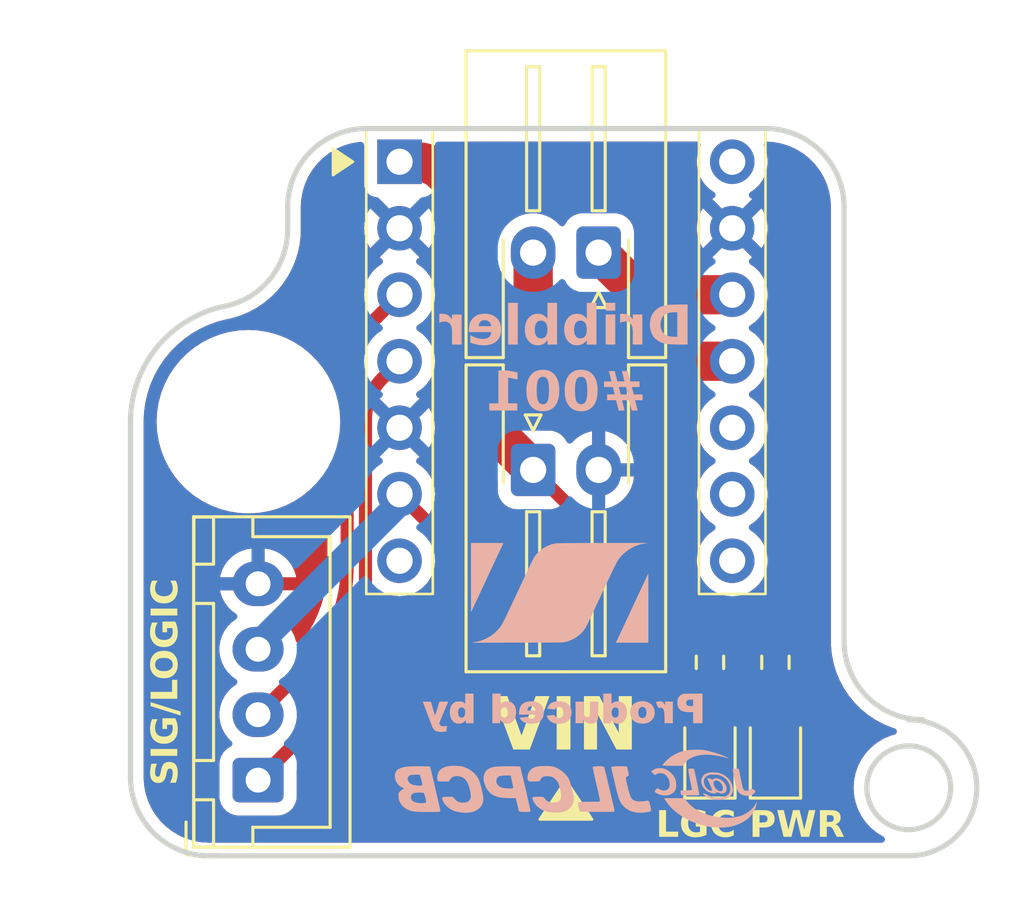
<source format=kicad_pcb>
(kicad_pcb (version 20240108) (generator "pcbnew") (generator_version "8.0")
  (layers (0 "F.Cu" signal) (31 "B.Cu" signal) (34 "B.Paste" user) (35 "F.Paste" user) (36 "B.SilkS" user "B.Silkscreen") (37 "F.SilkS" user "F.Silkscreen") (38 "B.Mask" user) (39 "F.Mask" user) (44 "Edge.Cuts" user))
  (net 0 "")
  (net 1 "GND")
  (net 2 "Net-(D1-A)")
  (net 3 "Net-(D2-A)")
  (net 4 "VCC")
  (net 5 "OUT2")
  (net 6 "OUT1")
  (net 7 "PH")
  (net 8 "EN")
  (net 9 "+3.3V")
  (footprint "Connector_JST:JST_XH_S2B-XH-A-1_1x02_P2.50mm_Horizontal" (layer "F.Cu") (at 114.869981 104.342038)
    (property "Reference" "VIN")
    (property "Value" "Conn_01x02_Pin")
  )
  (footprint "@2024-Dribbler:DRV8874 module" (layer "F.Cu") (at 116.119981 100.192038)
    (property "Reference" "U1" (hide yes))
    (property "Value" "~")
  )
  (footprint "Resistor_SMD:R_0603_1608Metric" (layer "F.Cu") (at 124.119981 111.692038 90)
    (property "Reference" "R2" (hide yes))
    (property "Value" "330")
  )
  (footprint "Connector_JST:JST_XH_B4B-XH-A_1x04_P2.50mm_Vertical" (layer "F.Cu") (at 104.369981 116.192038 90)
    (property "Reference" "SIG/LOGIC")
    (property "Value" "Conn_01x04_Pin")
  )
  (footprint "LED_SMD:LED_0805_2012Metric" (layer "F.Cu") (at 121.619981 115.192038 90)
    (property "Reference" "LGC")
    (property "Value" "Signal")
  )
  (footprint "Connector_JST:JST_XH_S2B-XH-A-1_1x02_P2.50mm_Horizontal" (layer "F.Cu") (at 117.369981 96.042038 180)
    (property "Reference" "J3" (hide yes))
    (property "Value" "Conn_01x02_Pin")
  )
  (footprint "Resistor_SMD:R_0603_1608Metric" (layer "F.Cu") (at 121.619981 111.692038 90)
    (property "Reference" "R1" (hide yes))
    (property "Value" "330")
  )
  (footprint "LED_SMD:LED_0805_2012Metric" (layer "F.Cu") (at 124.119981 115.192038 90)
    (property "Reference" "PWR")
    (property "Value" "Power")
  )
  (footprint "MountingHole:MountingHole_6.4mm_M6" (layer "F.Cu") (at 104 102.5)
    (property "Reference" "REF**" (hide yes))
    (property "Value" "MountingHole_6.4mm_M6")
  )
  (gr_poly (pts (xy 113.920367 115.662399) (xy 113.748543 115.66449) (xy 113.590382 115.66838) (xy 113.464426 115.673964) (xy 113.389216 115.681141) (xy 113.366663 115.685555) (xy 113.344058 115.690825) (xy 113.321515 115.696895) (xy 113.299148 115.703713) (xy 113.27707 115.711223) (xy 113.255395 115.719371) (xy 113.234237 115.728103) (xy 113.21371 115.737365) (xy 113.193926 115.747102) (xy 113.175 115.75726) (xy 113.157046 115.767785) (xy 113.140177 115.778623) (xy 113.124507 115.789719) (xy 113.11015 115.80102) (xy 113.097219 115.81247) (xy 113.085827 115.824016) (xy 113.074987 115.836641) (xy 113.064341 115.850601) (xy 113.053958 115.865746) (xy 113.043908 115.881921) (xy 113.034261 115.898974) (xy 113.025087 115.916754) (xy 113.016456 115.935107) (xy 113.008437 115.953882) (xy 113.001101 115.972925) (xy 112.994516 115.992085) (xy 112.988753 116.011208) (xy 112.983881 116.030143) (xy 112.97997 116.048736) (xy 112.97709 116.066836) (xy 112.975311 116.08429) (xy 112.974703 116.100946) (xy 112.975924 116.137051) (xy 112.979509 116.174396) (xy 112.985342 116.212691) (xy 112.993307 116.251648) (xy 113.003287 116.290978) (xy 113.015166 116.33039) (xy 113.028828 116.369595) (xy 113.044156 116.408304) (xy 113.061035 116.446227) (xy 113.079348 116.483076) (xy 113.098978 116.518561) (xy 113.11981 116.552392) (xy 113.141728 116.584279) (xy 113.164614 116.613935) (xy 113.188353 116.641068) (xy 113.212828 116.665391) (xy 113.244483 116.693077) (xy 113.277385 116.718621) (xy 113.311709 116.742072) (xy 113.347627 116.763479) (xy 113.385313 116.782892) (xy 113.424939 116.800359) (xy 113.466678 116.81593) (xy 113.510704 116.829653) (xy 113.55719 116.841578) (xy 113.606309 116.851753) (xy 113.658234 116.860228) (xy 113.713138 116.867053) (xy 113.771195 116.872275) (xy 113.832576 116.875945) (xy 113.897457 116.87811) (xy 113.966009 116.878821) (xy 114.205897 116.878821) (xy 114.264105 117.120474) (xy 114.275464 117.169897) (xy 114.286843 117.216882) (xy 114.297933 117.26031) (xy 114.308423 117.299068) (xy 114.318004 117.332037) (xy 114.326365 117.358103) (xy 114.329992 117.368198) (xy 114.333197 117.376148) (xy 114.335942 117.381815) (xy 114.338189 117.385057) (xy 114.340839 117.387931) (xy 114.344838 117.3906) (xy 114.350211 117.393068) (xy 114.356985 117.395338) (xy 114.365185 117.39741) (xy 114.374837 117.399289) (xy 114.398602 117.402476) (xy 114.428484 117.404918) (xy 114.464692 117.406638) (xy 114.507432 117.407654) (xy 114.55691 117.407988) (xy 114.586805 117.407923) (xy 114.613755 117.407716) (xy 114.637913 117.407348) (xy 114.659437 117.406803) (xy 114.678479 117.406061) (xy 114.695197 117.405104) (xy 114.702732 117.40454) (xy 114.709744 117.403915) (xy 114.716252 117.403228) (xy 114.722275 117.402476) (xy 114.727834 117.401656) (xy 114.732946 117.400767) (xy 114.737633 117.399807) (xy 114.741912 117.398772) (xy 114.745804 117.397661) (xy 114.749328 117.396472) (xy 114.752503 117.395202) (xy 114.755348 117.393849) (xy 114.757884 117.392411) (xy 114.760128 117.390885) (xy 114.762102 117.389269) (xy 114.763823 117.387562) (xy 114.765312 117.38576) (xy 114.766588 117.383861) (xy 114.76767 117.381864) (xy 114.768577 117.379766) (xy 114.755145 117.301049) (xy 114.714035 117.10854) (xy 114.58359 116.532878) (xy 114.567178 116.463425) (xy 114.10858 116.463425) (xy 114.108549 116.469754) (xy 114.107995 116.475525) (xy 114.106878 116.480758) (xy 114.105159 116.485474) (xy 114.102798 116.489694) (xy 114.099755 116.493439) (xy 114.095991 116.496729) (xy 114.091465 116.499585) (xy 114.086138 116.502028) (xy 114.079971 116.504078) (xy 114.072923 116.505755) (xy 114.064955 116.507082) (xy 114.046099 116.508763) (xy 114.023086 116.509287) (xy 113.995598 116.508818) (xy 113.963317 116.507523) (xy 113.883105 116.503113) (xy 113.845365 116.50066) (xy 113.81071 116.497876) (xy 113.778918 116.494679) (xy 113.749766 116.490986) (xy 113.723033 116.486714) (xy 113.698496 116.481781) (xy 113.686982 116.47904) (xy 113.675934 116.476103) (xy 113.665323 116.47296) (xy 113.655123 116.469599) (xy 113.645305 116.466011) (xy 113.635841 116.462185) (xy 113.626705 116.458111) (xy 113.617868 116.453779) (xy 113.609301 116.449178) (xy 113.600979 116.444298) (xy 113.592872 116.439129) (xy 113.584953 116.43366) (xy 113.577195 116.427881) (xy 113.569568 116.421781) (xy 113.562047 116.415351) (xy 113.554602 116.408579) (xy 113.539832 116.393972) (xy 113.525036 116.377877) (xy 113.516554 116.367957) (xy 113.508937 116.358629) (xy 113.502142 116.349782) (xy 113.496125 116.341304) (xy 113.490842 116.333084) (xy 113.486248 116.325012) (xy 113.4823 116.316976) (xy 113.478955 116.308865) (xy 113.476167 116.300568) (xy 113.473894 116.291973) (xy 113.472091 116.282971) (xy 113.470714 116.273449) (xy 113.46972 116.263297) (xy 113.469064 116.252403) (xy 113.468703 116.240656) (xy 113.468592 116.227946) (xy 113.468726 116.218148) (xy 113.469129 116.208597) (xy 113.469801 116.199292) (xy 113.470742 116.190233) (xy 113.471951 116.181417) (xy 113.473429 116.172845) (xy 113.475175 116.164515) (xy 113.477191 116.156426) (xy 113.479475 116.148577) (xy 113.482028 116.140968) (xy 113.484849 116.133597) (xy 113.487939 116.126464) (xy 113.491298 116.119567) (xy 113.494926 116.112905) (xy 113.498822 116.106478) (xy 113.502987 116.100285) (xy 113.507421 116.094324) (xy 113.512124 116.088594) (xy 113.517095 116.083095) (xy 113.522335 116.077826) (xy 113.527844 116.072786) (xy 113.533621 116.067973) (xy 113.539667 116.063387) (xy 113.545982 116.059026) (xy 113.552566 116.054891) (xy 113.559418 116.050979) (xy 113.566539 116.04729) (xy 113.573929 116.043823) (xy 113.581587 116.040577) (xy 113.589514 116.037551) (xy 113.59771 116.034744) (xy 113.606175 116.032155) (xy 113.622549 116.028864) (xy 113.644567 116.025678) (xy 113.671256 116.022698) (xy 113.701645 116.020028) (xy 113.734763 116.017771) (xy 113.769638 116.016032) (xy 113.805298 116.014912) (xy 113.840772 116.014516) (xy 114.01187 116.014516) (xy 114.041855 116.150335) (xy 114.055084 116.211878) (xy 114.069636 116.277556) (xy 114.094772 116.390224) (xy 114.10427 116.432116) (xy 114.107233 116.449011) (xy 114.10858 116.463425) (xy 114.567178 116.463425) (xy 114.446861 115.95424) (xy 114.397896 115.758011) (xy 114.373466 115.674085) (xy 114.361657 115.670734) (xy 114.332404 115.667949) (xy 114.230839 115.664025) (xy 114.087313 115.66221)) (stroke (width -0.000001)) (fill solid) (layer "B.SilkS"))
  (gr_poly (pts (xy 118.05461 115.663402) (xy 117.962402 115.667939) (xy 117.924746 115.670979) (xy 117.894792 115.674502) (xy 117.874093 115.678485) (xy 117.8677 115.680642) (xy 117.864203 115.682905) (xy 117.861453 115.688933) (xy 117.859896 115.698139) (xy 117.86084 115.72838) (xy 117.867985 115.778216) (xy 117.882283 115.852238) (xy 117.936136 116.09119) (xy 118.030008 116.481946) (xy 118.048388 116.556586) (xy 118.065924 116.625307) (xy 118.082761 116.688472) (xy 118.099048 116.746447) (xy 118.114932 116.799595) (xy 118.13056 116.84828) (xy 118.14608 116.892868) (xy 118.161639 116.933722) (xy 118.177383 116.971207) (xy 118.193461 117.005687) (xy 118.210019 117.037526) (xy 118.227206 117.067089) (xy 118.245167 117.09474) (xy 118.264051 117.120843) (xy 118.284004 117.145762) (xy 118.305175 117.169863) (xy 118.34397 117.209612) (xy 118.384932 117.246172) (xy 118.42804 117.279538) (xy 118.473268 117.309706) (xy 118.520595 117.33667) (xy 118.569996 117.360425) (xy 118.621449 117.380965) (xy 118.67493 117.398287) (xy 118.730416 117.412383) (xy 118.787884 117.42325) (xy 118.847311 117.430881) (xy 118.908673 117.435273) (xy 118.971947 117.436419) (xy 119.037109 117.434315) (xy 119.104138 117.428956) (xy 119.173008 117.420335) (xy 119.208183 117.414241) (xy 119.241745 117.40796) (xy 119.272909 117.401639) (xy 119.30089 117.39542) (xy 119.324903 117.38945) (xy 119.335175 117.386603) (xy 119.344161 117.383872) (xy 119.351761 117.381276) (xy 119.357879 117.378832) (xy 119.362415 117.376559) (xy 119.36406 117.375492) (xy 119.365272 117.374474) (xy 119.367152 117.371449) (xy 119.368508 117.366745) (xy 119.369741 117.352739) (xy 119.36916 117.333333) (xy 119.366954 117.309403) (xy 119.363311 117.281825) (xy 119.35842 117.251474) (xy 119.345649 117.185958) (xy 119.33015 117.119864) (xy 119.321848 117.08879) (xy 119.31343 117.060199) (xy 119.305085 117.034966) (xy 119.297001 117.013969) (xy 119.289366 116.998082) (xy 119.285776 116.992329) (xy 119.282369 116.988182) (xy 119.279241 116.985372) (xy 119.275779 116.982894) (xy 119.27194 116.980753) (xy 119.26768 116.978949) (xy 119.262954 116.977487) (xy 119.25772 116.976369) (xy 119.251933 116.975597) (xy 119.245548 116.975174) (xy 119.238523 116.975102) (xy 119.230814 116.975384) (xy 119.222375 116.976022) (xy 119.213164 116.97702) (xy 119.203137 116.97838) (xy 119.192249 116.980104) (xy 119.167717 116.984655) (xy 119.145709 116.987945) (xy 119.119981 116.991131) (xy 119.091442 116.994111) (xy 119.061001 116.996781) (xy 119.029568 116.999038) (xy 118.998053 117.000778) (xy 118.967364 117.001897) (xy 118.938411 117.002293) (xy 118.904803 117.001767) (xy 118.873354 117.000151) (xy 118.843952 116.997387) (xy 118.829983 116.995557) (xy 118.816482 116.993419) (xy 118.803437 116.990966) (xy 118.790832 116.98819) (xy 118.778653 116.985085) (xy 118.766887 116.981644) (xy 118.755518 116.977858) (xy 118.744533 116.973722) (xy 118.733918 116.969229) (xy 118.723658 116.96437) (xy 118.713739 116.959139) (xy 118.704147 116.953529) (xy 118.694867 116.947533) (xy 118.685886 116.941143) (xy 118.677189 116.934353) (xy 118.668762 116.927155) (xy 118.660591 116.919543) (xy 118.652661 116.911508) (xy 118.644959 116.903045) (xy 118.63747 116.894146) (xy 118.63018 116.884804) (xy 118.623075 116.875011) (xy 118.61614 116.864761) (xy 118.609361 116.854047) (xy 118.602725 116.842861) (xy 118.596216 116.831196) (xy 118.584951 116.80658) (xy 118.571911 116.772096) (xy 118.542005 116.679529) (xy 118.509493 116.565507) (xy 118.477375 116.442038) (xy 118.448646 116.321133) (xy 118.426305 116.2148) (xy 118.418466 116.170851) (xy 118.413348 116.135049) (xy 118.411325 116.108895) (xy 118.412772 116.093891) (xy 118.414278 116.091186) (xy 118.416134 116.088378) (xy 118.418322 116.085488) (xy 118.42082 116.082536) (xy 118.423607 116.079542) (xy 118.426663 116.076527) (xy 118.429967 116.073513) (xy 118.433498 116.070519) (xy 118.437236 116.067567) (xy 118.44116 116.064676) (xy 118.445249 116.061868) (xy 118.449483 116.059164) (xy 118.453841 116.056584) (xy 118.458303 116.054148) (xy 118.462847 116.051878) (xy 118.467453 116.049793) (xy 118.471768 116.04808) (xy 118.476093 116.046255) (xy 118.480398 116.044333) (xy 118.484651 116.042324) (xy 118.488821 116.040244) (xy 118.492878 116.038104) (xy 118.496789 116.035918) (xy 118.500526 116.033698) (xy 118.504055 116.031457) (xy 118.507347 116.029209) (xy 118.51037 116.026966) (xy 118.513094 116.024741) (xy 118.515486 116.022547) (xy 118.517517 116.020396) (xy 118.518387 116.019342) (xy 118.519155 116.018303) (xy 118.519817 116.017282) (xy 118.52037 116.016279) (xy 118.521158 116.014001) (xy 118.521554 116.010209) (xy 118.521245 115.998472) (xy 118.519602 115.981851) (xy 118.516787 115.96113) (xy 118.508277 115.910519) (xy 118.496998 115.852899) (xy 118.484231 115.794536) (xy 118.471256 115.741692) (xy 118.459357 115.700629) (xy 118.454211 115.686474) (xy 118.449814 115.677613) (xy 118.446797 115.67523) (xy 118.440854 115.673041) (xy 118.420961 115.669231) (xy 118.39169 115.66616) (xy 118.354592 115.663805) (xy 118.263128 115.661149) (xy 118.158993 115.661076)) (stroke (width -0.000001)) (fill solid) (layer "B.SilkS"))
  (gr_poly (pts (xy 112.496983 108.459188) (xy 112.497363 109.147132) (xy 112.498173 109.548698) (xy 112.498832 109.664341) (xy 112.499711 109.735092) (xy 112.500846 109.76985) (xy 112.501521 109.776515) (xy 112.501887 109.777655) (xy 112.502274 109.777519) (xy 112.706885 109.340427) (xy 113.048021 108.608413) (xy 113.462535 107.719413) (xy 113.672085 107.270327) (xy 113.696686 107.217691) (xy 113.716756 107.174415) (xy 113.730277 107.144964) (xy 113.735232 107.133802) (xy 113.553331 107.132523) (xy 113.116108 107.132039) (xy 112.496983 107.132039)) (stroke (width -0.000001)) (fill solid) (layer "B.SilkS"))
  (gr_poly (pts (xy 117.547375 114.017538) (xy 117.843708 114.017538) (xy 117.843708 113.897946) (xy 117.896625 113.947688) (xy 117.913582 113.962845) (xy 117.930731 113.976571) (xy 117.948091 113.988874) (xy 117.965681 113.999761) (xy 117.983519 114.009241) (xy 118.001623 114.017321) (xy 118.020012 114.024009) (xy 118.038706 114.029312) (xy 118.057722 114.033238) (xy 118.077079 114.035796) (xy 118.096795 114.036993) (xy 118.11689 114.036836) (xy 118.137382 114.035333) (xy 118.158289 114.032493) (xy 118.17963 114.028323) (xy 118.201424 114.02283) (xy 118.217685 114.017681) (xy 118.233518 114.011578) (xy 118.24891 114.004547) (xy 118.26385 113.996613) (xy 118.278324 113.987803) (xy 118.292321 113.978142) (xy 118.305828 113.967655) (xy 118.318833 113.95637) (xy 118.343287 113.931503) (xy 118.365582 113.903748) (xy 118.38562 113.873312) (xy 118.403302 113.840399) (xy 118.418528 113.805217) (xy 118.431199 113.767972) (xy 118.441216 113.728869) (xy 118.448479 113.688115) (xy 118.45289 113.645916) (xy 118.454179 113.607566) (xy 118.140703 113.607566) (xy 118.139817 113.631354) (xy 118.137261 113.654771) (xy 118.13304 113.677485) (xy 118.127159 113.699161) (xy 118.123598 113.709507) (xy 118.119623 113.719467) (xy 118.115235 113.729002) (xy 118.110435 113.73807) (xy 118.105223 113.746628) (xy 118.099601 113.754635) (xy 118.093567 113.762049) (xy 118.087125 113.76883) (xy 118.08146 113.773968) (xy 118.075589 113.778669) (xy 118.069531 113.782937) (xy 118.063302 113.786774) (xy 118.05692 113.790184) (xy 118.050403 113.79317) (xy 118.043769 113.795736) (xy 118.037036 113.797884) (xy 118.03022 113.799619) (xy 118.023339 113.800943) (xy 118.016412 113.801859) (xy 118.009455 113.802372) (xy 118.002486 113.802483) (xy 117.995524 113.802198) (xy 117.988585 113.801518) (xy 117.981688 113.800447) (xy 117.97485 113.798989) (xy 117.968088 113.797146) (xy 117.96142 113.794923) (xy 117.954864 113.792322) (xy 117.948437 113.789346) (xy 117.942158 113.785999) (xy 117.936043 113.782285) (xy 117.930111 113.778206) (xy 117.924379 113.773765) (xy 117.918864 113.768967) (xy 117.913584 113.763814) (xy 117.908558 113.75831) (xy 117.903802 113.752458) (xy 117.899334 113.746261) (xy 117.895172 113.739723) (xy 117.891333 113.732846) (xy 117.887143 113.723705) (xy 117.883315 113.713441) (xy 117.879862 113.702197) (xy 117.876798 113.690116) (xy 117.874136 113.677341) (xy 117.871892 113.664013) (xy 117.870079 113.650277) (xy 117.868711 113.636273) (xy 117.867802 113.622146) (xy 117.867366 113.608037) (xy 117.867416 113.59409) (xy 117.867967 113.580446) (xy 117.869033 113.567249) (xy 117.870627 113.554641) (xy 117.872765 113.542765) (xy 117.875458 113.531763) (xy 117.876993 113.526522) (xy 117.878807 113.52114) (xy 117.880881 113.51565) (xy 117.883197 113.510084) (xy 117.885737 113.504474) (xy 117.888481 113.498853) (xy 117.891411 113.493254) (xy 117.894508 113.48771) (xy 117.897754 113.482252) (xy 117.901131 113.476914) (xy 117.904619 113.471727) (xy 117.9082 113.466725) (xy 117.911856 113.46194) (xy 117.915567 113.457405) (xy 117.919316 113.453151) (xy 117.923083 113.449213) (xy 117.928452 113.443937) (xy 117.933493 113.439204) (xy 117.938273 113.434986) (xy 117.942861 113.431254) (xy 117.947325 113.427982) (xy 117.951733 113.42514) (xy 117.956153 113.422701) (xy 117.960654 113.420638) (xy 117.965304 113.418922) (xy 117.970171 113.417525) (xy 117.975323 113.41642) (xy 117.980828 113.415578) (xy 117.986756 113.414972) (xy 117.993173 113.414573) (xy 118.000148 113.414355) (xy 118.00775 113.414288) (xy 118.015001 113.414353) (xy 118.021708 113.414563) (xy 118.027923 113.414937) (xy 118.033695 113.415495) (xy 118.039077 113.416258) (xy 118.044119 113.417246) (xy 118.048873 113.418479) (xy 118.051158 113.419193) (xy 118.05339 113.419976) (xy 118.055576 113.420831) (xy 118.057721 113.42176) (xy 118.059832 113.422764) (xy 118.061917 113.423848) (xy 118.06398 113.425013) (xy 118.066029 113.426262) (xy 118.070109 113.429022) (xy 118.074207 113.432148) (xy 118.078375 113.435659) (xy 118.082664 113.439577) (xy 118.087125 113.443921) (xy 118.093658 113.45099) (xy 118.099763 113.458674) (xy 118.105442 113.466932) (xy 118.110695 113.475723) (xy 118.115523 113.485004) (xy 118.119925 113.494734) (xy 118.123903 113.504872) (xy 118.127457 113.515375) (xy 118.133296 113.537312) (xy 118.137447 113.560212) (xy 118.139914 113.583741) (xy 118.140703 113.607566) (xy 118.454179 113.607566) (xy 118.45435 113.602479) (xy 118.452758 113.558009) (xy 118.448016 113.512713) (xy 118.44479 113.491711) (xy 118.441057 113.47155) (xy 118.436805 113.4522) (xy 118.432026 113.433636) (xy 118.426706 113.415827) (xy 118.420837 113.398748) (xy 118.414406 113.382369) (xy 118.407403 113.366663) (xy 118.399817 113.351602) (xy 118.391637 113.337158) (xy 118.382853 113.323303) (xy 118.373453 113.310009) (xy 118.363427 113.297248) (xy 118.352764 113.284993) (xy 118.341453 113.273216) (xy 118.329483 113.261888) (xy 118.317382 113.251392) (xy 118.305255 113.24172) (xy 118.29305 113.23285) (xy 118.280717 113.224763) (xy 118.268204 113.21744) (xy 118.255459 113.210858) (xy 118.242433 113.205) (xy 118.229073 113.199843) (xy 118.215329 113.195369) (xy 118.20115 113.191556) (xy 118.186483 113.188386) (xy 118.171279 113.185837) (xy 118.155485 113.183889) (xy 118.139051 113.182523) (xy 118.121926 113.181718) (xy 118.104058 113.181455) (xy 118.088536 113.181829) (xy 118.073691 113.182565) (xy 118.059482 113.183675) (xy 118.045866 113.185175) (xy 118.032803 113.187078) (xy 118.020249 113.189398) (xy 118.008164 113.192149) (xy 117.996505 113.195345) (xy 117.985231 113.199) (xy 117.974299 113.203128) (xy 117.963667 113.207742) (xy 117.953295 113.212857) (xy 117.94314 113.218487) (xy 117.93316 113.224646) (xy 117.923313 113.231347) (xy 117.913558 113.238605) (xy 117.906096 113.244041) (xy 117.898907 113.249155) (xy 117.892164 113.253822) (xy 117.886041 113.257919) (xy 117.880712 113.261322) (xy 117.8784 113.262724) (xy 117.876351 113.263905) (xy 117.874587 113.264852) (xy 117.873131 113.265547) (xy 117.872003 113.265975) (xy 117.871569 113.266084) (xy 117.871225 113.266121) (xy 117.87063 113.265133) (xy 117.87004 113.262233) (xy 117.868893 113.25109) (xy 117.86782 113.233472) (xy 117.866859 113.210162) (xy 117.86542 113.149589) (xy 117.864875 113.075621) (xy 117.864875 112.885121) (xy 117.547375 112.885121)) (stroke (width -0.000001)) (fill solid) (layer "B.SilkS"))
  (gr_poly (pts (xy 119.709469 113.179345) (xy 119.693939 113.180181) (xy 119.678012 113.181681) (xy 119.661974 113.18378) (xy 119.646109 113.186416) (xy 119.630704 113.189524) (xy 119.616042 113.193042) (xy 119.60241 113.196906) (xy 119.590092 113.201052) (xy 119.579374 113.205416) (xy 119.574705 113.20766) (xy 119.570542 113.209935) (xy 119.566922 113.212233) (xy 119.56388 113.214546) (xy 119.561452 113.216866) (xy 119.559673 113.219185) (xy 119.55858 113.221495) (xy 119.558208 113.223788) (xy 119.559167 113.22748) (xy 119.561912 113.235066) (xy 119.571966 113.260036) (xy 119.586783 113.294928) (xy 119.604775 113.335971) (xy 119.610417 113.348297) (xy 119.615833 113.359868) (xy 119.62102 113.370674) (xy 119.625974 113.380702) (xy 119.630693 113.389943) (xy 119.635173 113.398386) (xy 119.639411 113.406019) (xy 119.643404 113.412833) (xy 119.647149 113.418815) (xy 119.650642 113.423955) (xy 119.652294 113.426207) (xy 119.653882 113.428243) (xy 119.655405 113.430064) (xy 119.656864 113.431668) (xy 119.658258 113.433053) (xy 119.659586 113.434218) (xy 119.660848 113.435161) (xy 119.662044 113.435882) (xy 119.663174 113.436379) (xy 119.664236 113.436651) (xy 119.665231 113.436696) (xy 119.666158 113.436513) (xy 119.697058 113.429554) (xy 119.725145 113.425884) (xy 119.738169 113.42535) (xy 119.750532 113.425718) (xy 119.762248 113.427016) (xy 119.773331 113.42927) (xy 119.783795 113.432507) (xy 119.793655 113.436753) (xy 119.802925 113.442036) (xy 119.811619 113.448382) (xy 119.819751 113.455818) (xy 119.827334 113.46437) (xy 119.834385 113.474066) (xy 119.840915 113.484932) (xy 119.846941 113.496994) (xy 119.852475 113.51028) (xy 119.862125 113.540631) (xy 119.869981 113.576196) (xy 119.876155 113.61719) (xy 119.880759 113.663828) (xy 119.883908 113.716322) (xy 119.885714 113.774888) (xy 119.886291 113.839738) (xy 119.886291 114.017538) (xy 120.203791 114.017538) (xy 120.203791 113.192038) (xy 119.907458 113.192038) (xy 119.907458 113.323271) (xy 119.876766 113.274588) (xy 119.869841 113.264229) (xy 119.862934 113.254568) (xy 119.856014 113.245587) (xy 119.849051 113.237265) (xy 119.842014 113.229582) (xy 119.834871 113.222517) (xy 119.827592 113.21605) (xy 119.820146 113.210162) (xy 119.812501 113.204832) (xy 119.804626 113.200039) (xy 119.796491 113.195765) (xy 119.788065 113.191988) (xy 119.779316 113.188689) (xy 119.770214 113.185847) (xy 119.760727 113.183442) (xy 119.750825 113.181455) (xy 119.744685 113.180576) (xy 119.738197 113.179918) (xy 119.724317 113.179237)) (stroke (width -0.000001)) (fill solid) (layer "B.SilkS"))
  (gr_poly (pts (xy 111.794568 115.645815) (xy 111.751623 115.647609) (xy 111.710298 115.650328) (xy 111.671153 115.653977) (xy 111.63475 115.658561) (xy 111.601649 115.664087) (xy 111.572411 115.670557) (xy 111.528527 115.683063) (xy 111.487493 115.697429) (xy 111.449306 115.713655) (xy 111.43128 115.722466) (xy 111.413964 115.731742) (xy 111.397359 115.741483) (xy 111.381465 115.751689) (xy 111.36628 115.762361) (xy 111.351804 115.773497) (xy 111.338038 115.785098) (xy 111.324981 115.797165) (xy 111.312633 115.809696) (xy 111.300993 115.822693) (xy 111.29006 115.836154) (xy 111.279836 115.850081) (xy 111.270319 115.864473) (xy 111.261508 115.87933) (xy 111.253405 115.894652) (xy 111.246008 115.910439) (xy 111.239316 115.926692) (xy 111.233331 115.943409) (xy 111.228051 115.960591) (xy 111.223476 115.978239) (xy 111.219605 115.996351) (xy 111.21644 116.014929) (xy 111.213978 116.033972) (xy 111.21222 116.05348) (xy 111.210814 116.093891) (xy 111.210916 116.105084) (xy 111.211217 116.116136) (xy 111.211709 116.126986) (xy 111.212385 116.137574) (xy 111.213236 116.147843) (xy 111.214255 116.157732) (xy 111.215435 116.167181) (xy 111.216767 116.176132) (xy 111.218244 116.184525) (xy 111.219857 116.1923) (xy 111.2216 116.199398) (xy 111.223464 116.20576) (xy 111.225442 116.211326) (xy 111.227526 116.216037) (xy 111.228605 116.218053) (xy 111.229708 116.219833) (xy 111.230834 116.221369) (xy 111.231981 116.222655) (xy 111.235329 116.225218) (xy 111.24008 116.227615) (xy 111.246232 116.229848) (xy 111.253781 116.231915) (xy 111.262726 116.233817) (xy 111.273064 116.235553) (xy 111.297906 116.23853) (xy 111.328288 116.240845) (xy 111.36419 116.242498) (xy 111.40559 116.243491) (xy 111.452467 116.243821) (xy 111.651786 116.243821) (xy 111.695884 116.173266) (xy 111.707306 116.156103) (xy 111.719134 116.140306) (xy 111.731443 116.125838) (xy 111.744308 116.11266) (xy 111.757802 116.100731) (xy 111.772003 116.090015) (xy 111.786983 116.080472) (xy 111.802819 116.072063) (xy 111.819585 116.064749) (xy 111.837356 116.058492) (xy 111.856207 116.053254) (xy 111.876213 116.048994) (xy 111.897449 116.045675) (xy 111.91999 116.043258) (xy 111.943911 116.041704) (xy 111.969286 116.040974) (xy 111.990406 116.041382) (xy 112.011101 116.042606) (xy 112.031368 116.044644) (xy 112.051207 116.047496) (xy 112.070616 116.05116) (xy 112.089593 116.055636) (xy 112.108136 116.060923) (xy 112.126245 116.067019) (xy 112.143916 116.073924) (xy 112.16115 116.081637) (xy 112.177944 116.090157) (xy 112.194296 116.099482) (xy 112.210205 116.109612) (xy 112.225669 116.120547) (xy 112.240687 116.132284) (xy 112.255257 116.144823) (xy 112.269377 116.158163) (xy 112.283046 116.172303) (xy 112.296262 116.187242) (xy 112.309024 116.20298) (xy 112.32133 116.219514) (xy 112.333178 116.236844) (xy 112.355495 116.27389) (xy 112.375962 116.314108) (xy 112.394566 116.357492) (xy 112.411294 116.404033) (xy 112.426133 116.453724) (xy 112.441284 116.51139) (xy 112.454321 116.564808) (xy 112.465239 116.614195) (xy 112.474034 116.659768) (xy 112.480699 116.701745) (xy 112.483232 116.721453) (xy 112.48523 116.740342) (xy 112.486694 116.758441) (xy 112.487622 116.775777) (xy 112.488014 116.792376) (xy 112.487869 116.808266) (xy 112.487187 116.823473) (xy 112.485967 116.838026) (xy 112.484208 116.851951) (xy 112.481909 116.865275) (xy 112.479071 116.878026) (xy 112.475692 116.89023) (xy 112.471771 116.901914) (xy 112.467309 116.913107) (xy 112.462304 116.923834) (xy 112.456756 116.934124) (xy 112.450664 116.944002) (xy 112.444027 116.953497) (xy 112.436845 116.962635) (xy 112.429118 116.971444) (xy 112.420843 116.979951) (xy 112.412022 116.988182) (xy 112.398607 116.998949) (xy 112.383576 117.008753) (xy 112.367052 117.01758) (xy 112.349156 117.025417) (xy 112.330009 117.032251) (xy 112.309734 117.038071) (xy 112.28845 117.042862) (xy 112.266281 117.046611) (xy 112.243346 117.049306) (xy 112.219769 117.050935) (xy 112.195669 117.051483) (xy 112.171169 117.050938) (xy 112.146389 117.049288) (xy 112.121453 117.046518) (xy 112.096479 117.042617) (xy 112.071592 117.037571) (xy 112.057555 117.03421) (xy 112.044465 117.030688) (xy 112.032191 117.026928) (xy 112.020604 117.022854) (xy 112.009575 117.018386) (xy 111.998976 117.013449) (xy 111.988676 117.007963) (xy 111.978546 117.001852) (xy 111.968458 116.995039) (xy 111.958282 116.987445) (xy 111.947889 116.978993) (xy 111.93715 116.969606) (xy 111.925935 116.959206) (xy 111.914116 116.947716) (xy 111.901563 116.935058) (xy 111.888147 116.921154) (xy 111.798189 116.825905) (xy 111.623563 116.825905) (xy 111.581047 116.826239) (xy 111.561618 116.82666) (xy 111.543389 116.827255) (xy 111.526349 116.828026) (xy 111.510485 116.828974) (xy 111.495784 116.830104) (xy 111.482232 116.831417) (xy 111.469817 116.832916) (xy 111.458527 116.834603) (xy 111.448347 116.836482) (xy 111.439265 116.838555) (xy 111.431269 116.840824) (xy 111.424344 116.843292) (xy 111.418479 116.845961) (xy 111.413661 116.848835) (xy 111.40839 116.852949) (xy 111.403818 116.856779) (xy 111.399945 116.860455) (xy 111.396766 116.864104) (xy 111.395437 116.865959) (xy 111.39428 116.867856) (xy 111.393296 116.869812) (xy 111.392484 116.871841) (xy 111.391844 116.873962) (xy 111.391375 116.876188) (xy 111.391078 116.878538) (xy 111.390951 116.881026) (xy 111.391209 116.886484) (xy 111.392146 116.892691) (xy 111.393761 116.899777) (xy 111.396049 116.90787) (xy 111.39901 116.917101) (xy 111.40264 116.927597) (xy 111.411896 116.952905) (xy 111.426387 116.987075) (xy 111.443319 117.020718) (xy 111.462572 117.05372) (xy 111.484023 117.085968) (xy 111.507552 117.117348) (xy 111.533037 117.147745) (xy 111.560356 117.177048) (xy 111.589388 117.205141) (xy 111.620012 117.231911) (xy 111.652106 117.257244) (xy 111.685549 117.281027) (xy 111.720219 117.303147) (xy 111.755995 117.323488) (xy 111.792756 117.341938) (xy 111.830379 117.358384) (xy 111.868744 117.37271) (xy 111.893942 117.3802) (xy 111.923811 117.387979) (xy 111.957235 117.39584) (xy 111.993099 117.403578) (xy 112.030285 117.410985) (xy 112.067678 117.417855) (xy 112.104161 117.42398) (xy 112.138619 117.429155) (xy 112.182053 117.433705) (xy 112.224689 117.436787) (xy 112.266496 117.438418) (xy 112.307439 117.438618) (xy 112.347488 117.437406) (xy 112.386608 117.434801) (xy 112.424768 117.430823) (xy 112.461935 117.425489) (xy 112.498076 117.418819) (xy 112.533158 117.410833) (xy 112.56715 117.401549) (xy 112.600018 117.390986) (xy 112.631729 117.379164) (xy 112.662252 117.366101) (xy 112.691553 117.351817) (xy 112.7196 117.33633) (xy 112.746361 117.31966) (xy 112.771802 117.301825) (xy 112.795891 117.282845) (xy 112.818595 117.262739) (xy 112.839883 117.241526) (xy 112.85972 117.219225) (xy 112.878075 117.195854) (xy 112.894915 117.171434) (xy 112.910207 117.145982) (xy 112.923918 117.119519) (xy 112.936017 117.092063) (xy 112.94647 117.063633) (xy 112.955245 117.034249) (xy 112.96231 117.003929) (xy 112.96763 116.972692) (xy 112.971175 116.940557) (xy 112.971651 116.910228) (xy 112.96928 116.872217) (xy 112.964315 116.827607) (xy 112.957009 116.77748) (xy 112.936386 116.665008) (xy 112.909439 116.543462) (xy 112.878192 116.421502) (xy 112.844671 116.30779) (xy 112.827691 116.256733) (xy 112.810902 116.210986) (xy 112.794557 116.171631) (xy 112.778911 116.139752) (xy 112.755939 116.099331) (xy 112.730735 116.060136) (xy 112.703381 116.022232) (xy 112.673959 115.985687) (xy 112.642554 115.950569) (xy 112.609247 115.916944) (xy 112.574121 115.884879) (xy 112.537258 115.854443) (xy 112.498742 115.825701) (xy 112.458655 115.798722) (xy 112.41708 115.773572) (xy 112.374099 115.750318) (xy 112.329795 115.729028) (xy 112.284251 115.709769) (xy 112.237549 115.692608) (xy 112.189773 115.677613) (xy 112.161465 115.670441) (xy 112.12917 115.664142) (xy 112.093449 115.658722) (xy 112.054862 115.654186) (xy 112.013971 115.650539) (xy 111.971336 115.647785) (xy 111.883076 115.644981)) (stroke (width -0.000001)) (fill solid) (layer "B.SilkS"))
  (gr_poly (pts (xy 119.897967 116.929974) (xy 119.905236 116.942917) (xy 119.916102 116.960098) (xy 119.930027 116.980793) (xy 119.946474 117.004278) (xy 119.964905 117.02983) (xy 119.984783 117.056726) (xy 120.005571 117.084242) (xy 120.026731 117.111654) (xy 120.091084 117.188562) (xy 120.159728 117.262488) (xy 120.232575 117.333385) (xy 120.309532 117.401208) (xy 120.390509 117.465909) (xy 120.475416 117.527443) (xy 120.564163 117.585762) (xy 120.656659 117.640821) (xy 120.752814 117.692573) (xy 120.852537 117.74097) (xy 120.955738 117.785967) (xy 121.062326 117.827518) (xy 121.172212 117.865575) (xy 121.285303 117.900092) (xy 121.401511 117.931023) (xy 121.520744 117.958321) (xy 121.574671 117.968553) (xy 121.631594 117.977417) (xy 121.690998 117.984913) (xy 121.752365 117.991036) (xy 121.81518 117.995785) (xy 121.878924 117.999156) (xy 121.943082 118.001148) (xy 122.007137 118.001757) (xy 122.070571 118.000981) (xy 122.132869 117.998818) (xy 122.193513 117.995265) (xy 122.251987 117.990319) (xy 122.307773 117.983978) (xy 122.360356 117.976239) (xy 122.409217 117.9671) (xy 122.453842 117.956557) (xy 122.54951 117.929288) (xy 122.64008 117.899055) (xy 122.725581 117.86583) (xy 122.806041 117.829585) (xy 122.881488 117.790291) (xy 122.951951 117.747919) (xy 122.985322 117.72557) (xy 123.017458 117.702442) (xy 123.048362 117.678529) (xy 123.078038 117.65383) (xy 123.106489 117.62834) (xy 123.133719 117.602056) (xy 123.159731 117.574974) (xy 123.184529 117.547091) (xy 123.208117 117.518402) (xy 123.230498 117.488906) (xy 123.251675 117.458597) (xy 123.271652 117.427473) (xy 123.290433 117.39553) (xy 123.308022 117.362765) (xy 123.324421 117.329173) (xy 123.339634 117.294751) (xy 123.353666 117.259496) (xy 123.366519 117.223404) (xy 123.378196 117.186472) (xy 123.388703 117.148696) (xy 123.40075 117.100834) (xy 123.405365 117.081603) (xy 123.409015 117.065435) (xy 123.411684 117.052274) (xy 123.413353 117.042067) (xy 123.413806 117.038054) (xy 123.414003 117.034759) (xy 123.413941 117.032175) (xy 123.413618 117.030295) (xy 123.413031 117.029113) (xy 123.412178 117.028622) (xy 123.411057 117.028815) (xy 123.409666 117.029685) (xy 123.408003 117.031226) (xy 123.406064 117.033431) (xy 123.401353 117.039804) (xy 123.395516 117.04875) (xy 123.388534 117.060216) (xy 123.371064 117.090488) (xy 123.325694 117.162764) (xy 123.275004 117.230066) (xy 123.219131 117.29234) (xy 123.158212 117.349532) (xy 123.092384 117.401587) (xy 123.021783 117.448451) (xy 122.946547 117.49007) (xy 122.866812 117.526389) (xy 122.782716 117.557355) (xy 122.694396 117.582913) (xy 122.601987 117.603008) (xy 122.505628 117.617588) (xy 122.405456 117.626596) (xy 122.301606 117.62998) (xy 122.194217 117.627684) (xy 122.083425 117.619655) (xy 121.971979 117.606926) (xy 121.8639 117.590585) (xy 121.759247 117.570658) (xy 121.65808 117.54717) (xy 121.560457 117.520147) (xy 121.466439 117.489616) (xy 121.376085 117.455602) (xy 121.289455 117.41813) (xy 121.206607 117.377228) (xy 121.127601 117.332919) (xy 121.052496 117.285231) (xy 120.981353 117.23419) (xy 120.91423 117.17982) (xy 120.851187 117.122148) (xy 120.792283 117.0612) (xy 120.737578 116.997002) (xy 120.642328 116.878821) (xy 119.869744 116.878821)) (stroke (width -0.000001)) (fill solid) (layer "B.SilkS"))
  (gr_poly (pts (xy 112.276875 113.075621) (xy 112.276683 113.113889) (xy 112.276131 113.149589) (xy 112.275256 113.18194) (xy 112.274097 113.210162) (xy 112.272689 113.233472) (xy 112.271904 113.243041) (xy 112.27107 113.25109) (xy 112.270194 113.257519) (xy 112.269278 113.262233) (xy 112.268329 113.265133) (xy 112.267843 113.265872) (xy 112.26735 113.266121) (xy 112.266841 113.2661) (xy 112.266309 113.266036) (xy 112.265177 113.265784) (xy 112.263962 113.265375) (xy 112.26267 113.264815) (xy 112.26131 113.264112) (xy 112.25989 113.263275) (xy 112.258417 113.26231) (xy 112.256899 113.261226) (xy 112.255344 113.260031) (xy 112.253759 113.258732) (xy 112.252153 113.257336) (xy 112.250532 113.255852) (xy 112.248906 113.254288) (xy 112.247281 113.25265) (xy 112.245665 113.250948) (xy 112.244066 113.249188) (xy 112.242471 113.247492) (xy 112.240484 113.245595) (xy 112.235451 113.241283) (xy 112.229202 113.236426) (xy 112.221974 113.231196) (xy 112.214001 113.225768) (xy 112.20552 113.220315) (xy 112.196766 113.215011) (xy 112.187975 113.21003) (xy 112.181335 113.206629) (xy 112.174835 113.20356) (xy 112.16837 113.200807) (xy 112.161831 113.198355) (xy 112.155113 113.196188) (xy 112.148108 113.194291) (xy 112.140709 113.192648) (xy 112.13281 113.191244) (xy 112.124303 113.190063) (xy 112.115081 113.18909) (xy 112.105037 113.188309) (xy 112.094065 113.187705) (xy 112.068906 113.186965) (xy 112.03875 113.186746) (xy 112.007407 113.186928) (xy 111.993913 113.187193) (xy 111.981683 113.187606) (xy 111.970575 113.188193) (xy 111.960448 113.188979) (xy 111.951161 113.189987) (xy 111.942574 113.191244) (xy 111.934545 113.192774) (xy 111.926933 113.194601) (xy 111.919596 113.196751) (xy 111.912395 113.199248) (xy 111.905187 113.202117) (xy 111.897833 113.205383) (xy 111.890189 113.20907) (xy 111.882117 113.213205) (xy 111.862956 113.22372) (xy 111.844769 113.235417) (xy 111.827562 113.248286) (xy 111.811341 113.262318) (xy 111.796112 113.277503) (xy 111.781881 113.293832) (xy 111.768655 113.311296) (xy 111.75644 113.329886) (xy 111.745242 113.349592) (xy 111.735067 113.370404) (xy 111.725921 113.392315) (xy 111.717811 113.415313) (xy 111.710742 113.439391) (xy 111.704722 113.464538) (xy 111.699756 113.490746) (xy 111.69585 113.518005) (xy 111.693483 113.538934) (xy 111.691736 113.559644) (xy 111.690601 113.580119) (xy 111.690073 113.600344) (xy 111.690143 113.620304) (xy 111.690806 113.639983) (xy 111.692055 113.659367) (xy 111.693882 113.678441) (xy 111.696282 113.69719) (xy 111.699246 113.715597) (xy 111.70277 113.733649) (xy 111.706845 113.75133) (xy 111.711464 113.768625) (xy 111.716623 113.785518) (xy 111.722312 113.801996) (xy 111.728526 113.818042) (xy 111.735258 113.833642) (xy 111.742501 113.84878) (xy 111.750248 113.863441) (xy 111.758492 113.87761) (xy 111.767227 113.891273) (xy 111.776446 113.904413) (xy 111.786143 113.917017) (xy 111.796309 113.929068) (xy 111.806939 113.940551) (xy 111.818026 113.951452) (xy 111.829563 113.961756) (xy 111.841543 113.971447) (xy 111.853959 113.980509) (xy 111.866805 113.988929) (xy 111.880074 113.996691) (xy 111.893759 114.00378) (xy 111.911395 114.011692) (xy 111.91959 114.015063) (xy 111.927493 114.018067) (xy 111.935198 114.020724) (xy 111.942797 114.023053) (xy 111.950384 114.025071) (xy 111.958052 114.026798) (xy 111.965893 114.028252) (xy 111.974001 114.029452) (xy 111.982469 114.030417) (xy 111.991389 114.031164) (xy 112.000855 114.031713) (xy 112.01096 114.032082) (xy 112.033458 114.032354) (xy 112.050906 114.032078) (xy 112.067573 114.031232) (xy 112.08352 114.029794) (xy 112.098811 114.027741) (xy 112.113505 114.025049) (xy 112.127667 114.021695) (xy 112.141357 114.017655) (xy 112.154638 114.012908) (xy 112.167571 114.007428) (xy 112.18022 114.001194) (xy 112.192645 113.994181) (xy 112.204909 113.986367) (xy 112.217073 113.977728) (xy 112.229201 113.968241) (xy 112.241353 113.957882) (xy 112.253592 113.94663) (xy 112.298042 113.904296) (xy 112.298042 114.017538) (xy 112.594375 114.017538) (xy 112.594375 113.607409) (xy 112.277256 113.607409) (xy 112.276505 113.625477) (xy 112.274827 113.643301) (xy 112.272245 113.660747) (xy 112.268782 113.677685) (xy 112.264462 113.693983) (xy 112.259308 113.709509) (xy 112.253344 113.724131) (xy 112.246591 113.737718) (xy 112.239075 113.750137) (xy 112.235037 113.755868) (xy 112.230817 113.761257) (xy 112.226418 113.766289) (xy 112.221842 113.770946) (xy 112.217194 113.77529) (xy 112.212738 113.779208) (xy 112.208419 113.78272) (xy 112.204181 113.785846) (xy 112.199967 113.788605) (xy 112.195722 113.791019) (xy 112.191391 113.793108) (xy 112.186917 113.794891) (xy 112.182244 113.796389) (xy 112.177317 113.797622) (xy 112.172081 113.798609) (xy 112.166478 113.799372) (xy 112.160453 113.799931) (xy 112.153952 113.800305) (xy 112.146916 113.800514) (xy 112.139292 113.800579) (xy 112.124505 113.800004) (xy 112.110686 113.79826) (xy 112.104133 113.796941) (xy 112.097813 113.795319) (xy 112.091724 113.793391) (xy 112.085863 113.791154) (xy 112.080226 113.788603) (xy 112.074811 113.785735) (xy 112.069615 113.782548) (xy 112.064636 113.779037) (xy 112.059869 113.775198) (xy 112.055313 113.771029) (xy 112.050964 113.766526) (xy 112.04682 113.761686) (xy 112.042877 113.756504) (xy 112.039132 113.750978) (xy 112.035584 113.745104) (xy 112.032228 113.738878) (xy 112.026084 113.725358) (xy 112.020675 113.71039) (xy 112.01598 113.693946) (xy 112.011975 113.675998) (xy 112.008636 113.656518) (xy 112.005941 113.635479) (xy 112.004651 113.619457) (xy 112.003957 113.603938) (xy 112.003858 113.588931) (xy 112.004354 113.574443) (xy 112.005446 113.560483) (xy 112.007132 113.547057) (xy 112.009414 113.534174) (xy 112.012292 113.521841) (xy 112.015765 113.510066) (xy 112.019833 113.498857) (xy 112.024496 113.488222) (xy 112.029754 113.478168) (xy 112.035608 113.468703) (xy 112.042058 113.459836) (xy 112.045505 113.455628) (xy 112.049102 113.451572) (xy 112.052848 113.44767) (xy 112.056742 113.443921) (xy 112.063134 113.43837) (xy 112.069792 113.433417) (xy 112.076691 113.429053) (xy 112.083804 113.42527) (xy 112.091106 113.422058) (xy 112.098572 113.419409) (xy 112.106176 113.417312) (xy 112.113892 113.41576) (xy 112.121695 113.414742) (xy 112.129559 113.41425) (xy 112.137459 113.414275) (xy 112.145369 113.414807) (xy 112.153263 113.415837) (xy 112.161117 113.417357) (xy 112.168904 113.419357) (xy 112.176598 113.421829) (xy 112.184175 113.424762) (xy 112.191608 113.428148) (xy 112.198872 113.431978) (xy 112.205942 113.436242) (xy 112.212792 113.440932) (xy 112.219395 113.446039) (xy 112.225728 113.451553) (xy 112.231764 113.457465) (xy 112.237477 113.463766) (xy 112.242842 113.470447) (xy 112.247833 113.477499) (xy 112.252426 113.484913) (xy 112.256593 113.49268) (xy 112.26031 113.50079) (xy 112.263552 113.509235) (xy 112.266291 113.518005) (xy 112.270525 113.535321) (xy 112.273714 113.553052) (xy 112.275884 113.571064) (xy 112.277057 113.589227) (xy 112.277256 113.607409) (xy 112.594375 113.607409) (xy 112.594375 112.885121) (xy 112.276875 112.885121)) (stroke (width -0.000001)) (fill solid) (layer "B.SilkS"))
  (gr_poly (pts (xy 118.72351 109.453316) (xy 118.295944 110.370538) (xy 118.070872 110.852785) (xy 118.029244 110.942038) (xy 119.270315 110.942038) (xy 119.270315 109.612771) (xy 119.26939 108.663623) (xy 119.268381 108.38732) (xy 119.267141 108.289149)) (stroke (width -0.000001)) (fill solid) (layer "B.SilkS"))
  (gr_poly (pts (xy 121.027076 115.029825) (xy 120.930376 115.033194) (xy 120.840352 115.038589) (xy 120.762937 115.045886) (xy 120.730812 115.050208) (xy 120.704064 115.05496) (xy 120.646278 115.067894) (xy 120.589377 115.082862) (xy 120.533415 115.099829) (xy 120.478451 115.118763) (xy 120.424542 115.13963) (xy 120.371743 115.162395) (xy 120.320112 115.187027) (xy 120.269706 115.21349) (xy 120.220582 115.241751) (xy 120.172796 115.271777) (xy 120.126405 115.303534) (xy 120.081466 115.336989) (xy 120.038036 115.372108) (xy 119.996172 115.408857) (xy 119.955931 115.447203) (xy 119.917369 115.487113) (xy 119.894136 115.512565) (xy 119.87239 115.536943) (xy 119.852629 115.559667) (xy 119.835349 115.580158) (xy 119.821045 115.597838) (xy 119.815164 115.605443) (xy 119.810213 115.612128) (xy 119.806255 115.617821) (xy 119.80335 115.62245) (xy 119.801562 115.625941) (xy 119.801106 115.627238) (xy 119.800953 115.628224) (xy 119.802945 115.629856) (xy 119.80879 115.631438) (xy 119.831242 115.634425) (xy 119.866716 115.637123) (xy 119.913621 115.639469) (xy 120.035357 115.642859) (xy 120.183717 115.644099) (xy 120.568245 115.644099) (xy 120.67937 115.520627) (xy 120.694911 115.503684) (xy 120.709859 115.487857) (xy 120.72432 115.473064) (xy 120.738405 115.459221) (xy 120.75222 115.446247) (xy 120.765876 115.434058) (xy 120.77948 115.422572) (xy 120.79314 115.411707) (xy 120.806966 115.401378) (xy 120.821066 115.391505) (xy 120.835549 115.382003) (xy 120.850522 115.372791) (xy 120.866095 115.363785) (xy 120.882375 115.354904) (xy 120.899472 115.346064) (xy 120.917495 115.337182) (xy 120.976187 115.310764) (xy 121.037205 115.287731) (xy 121.1006 115.268078) (xy 121.166423 115.251799) (xy 121.234728 115.238889) (xy 121.305564 115.229344) (xy 121.378984 115.223157) (xy 121.45504 115.220325) (xy 121.533782 115.220841) (xy 121.615264 115.2247) (xy 121.699536 115.231898) (xy 121.786651 115.242428) (xy 121.876659 115.256287) (xy 121.969613 115.273469) (xy 122.065564 115.293968) (xy 122.164564 115.31778) (xy 122.198181 115.326099) (xy 122.229773 115.333737) (xy 122.258636 115.340507) (xy 122.284067 115.346222) (xy 122.305365 115.350697) (xy 122.321826 115.353746) (xy 122.328023 115.354678) (xy 122.332747 115.355183) (xy 122.33591 115.355238) (xy 122.336879 115.35509) (xy 122.337425 115.354821) (xy 122.337386 115.353669) (xy 122.335669 115.351888) (xy 122.327507 115.346574) (xy 122.294458 115.329851) (xy 122.24326 115.306762) (xy 122.178896 115.279415) (xy 122.106345 115.249918) (xy 122.030591 115.22038) (xy 121.956615 115.192908) (xy 121.889397 115.169613) (xy 121.829694 115.150548) (xy 121.762342 115.130862) (xy 121.690278 115.11126) (xy 121.616435 115.092443) (xy 121.543751 115.075114) (xy 121.475159 115.059976) (xy 121.413595 115.047732) (xy 121.361995 115.039085) (xy 121.332456 115.035775) (xy 121.297912 115.033111) (xy 121.216777 115.029659) (xy 121.124521 115.028605)) (stroke (width -0.000001)) (fill solid) (layer "B.SilkS"))
  (gr_poly (pts (xy 111.252409 113.326446) (xy 111.169859 113.591029) (xy 111.161653 113.617143) (xy 111.153819 113.641185) (xy 111.14653 113.662672) (xy 111.139961 113.68112) (xy 111.134285 113.696046) (xy 111.131836 113.702037) (xy 111.129676 113.706967) (xy 111.127825 113.710773) (xy 111.126306 113.713397) (xy 111.125678 113.714247) (xy 111.125141 113.714778) (xy 111.124697 113.714983) (xy 111.12435 113.714854) (xy 111.12163 113.708484) (xy 111.116082 113.692464) (xy 111.097892 113.635744) (xy 111.072558 113.553227) (xy 111.042859 113.453446) (xy 110.968776 113.19733) (xy 110.8132 113.194155) (xy 110.752727 113.193576) (xy 110.703266 113.193493) (xy 110.684247 113.193669) (xy 110.669879 113.194006) (xy 110.660794 113.194516) (xy 110.658431 113.194841) (xy 110.657829 113.195021) (xy 110.657626 113.195213) (xy 110.713668 113.351499) (xy 110.838468 113.682708) (xy 110.967039 114.018084) (xy 111.034393 114.186871) (xy 111.044962 114.205385) (xy 111.055696 114.222468) (xy 111.066684 114.238177) (xy 111.078016 114.252571) (xy 111.089782 114.265705) (xy 111.102072 114.277638) (xy 111.114976 114.288426) (xy 111.128584 114.298128) (xy 111.142986 114.306801) (xy 111.158271 114.314502) (xy 111.17453 114.321287) (xy 111.191852 114.327216) (xy 111.210328 114.332345) (xy 111.230047 114.336731) (xy 111.2511 114.340431) (xy 111.273575 114.343504) (xy 111.288271 114.345071) (xy 111.305464 114.346214) (xy 111.3247 114.346958) (xy 111.345526 114.347324) (xy 111.390127 114.34702) (xy 111.435633 114.345489) (xy 111.478411 114.342915) (xy 111.514826 114.339486) (xy 111.529512 114.337509) (xy 111.541245 114.335387) (xy 111.54957 114.333145) (xy 111.552313 114.331985) (xy 111.554034 114.330805) (xy 111.555342 114.328178) (xy 111.556859 114.32289) (xy 111.560367 114.305586) (xy 111.564247 114.281412) (xy 111.568189 114.252885) (xy 111.571882 114.222522) (xy 111.575018 114.192841) (xy 111.577286 114.16636) (xy 111.578375 114.145596) (xy 111.578336 114.140334) (xy 111.578208 114.135645) (xy 111.577977 114.131509) (xy 111.57782 114.12964) (xy 111.577631 114.127902) (xy 111.57741 114.126291) (xy 111.577154 114.124804) (xy 111.576863 114.123439) (xy 111.576533 114.122193) (xy 111.576165 114.121063) (xy 111.575754 114.120047) (xy 111.575301 114.119141) (xy 111.574803 114.118344) (xy 111.574259 114.117652) (xy 111.573666 114.117063) (xy 111.573024 114.116574) (xy 111.572329 114.116182) (xy 111.571581 114.115885) (xy 111.570778 114.115679) (xy 111.569918 114.115563) (xy 111.568999 114.115533) (xy 111.56802 114.115587) (xy 111.566978 114.115721) (xy 111.565873 114.115935) (xy 111.564702 114.116223) (xy 111.563463 114.116585) (xy 111.562156 114.117016) (xy 111.559326 114.118079) (xy 111.551734 114.12072) (xy 111.542597 114.123082) (xy 111.532129 114.125158) (xy 111.520547 114.126943) (xy 111.508066 114.12843) (xy 111.494901 114.129614) (xy 111.481268 114.130487) (xy 111.467383 114.131044) (xy 111.45346 114.131279) (xy 111.439715 114.131185) (xy 111.426364 114.130756) (xy 111.413623 114.129986) (xy 111.401706 114.128869) (xy 111.390829 114.127398) (xy 111.381209 114.125567) (xy 111.373059 114.123371) (xy 111.368009 114.121683) (xy 111.363166 114.119787) (xy 111.358516 114.117674) (xy 111.354042 114.115334) (xy 111.34973 114.112759) (xy 111.345563 114.109939) (xy 111.341526 114.106865) (xy 111.337605 114.103527) (xy 111.333782 114.099917) (xy 111.330043 114.096024) (xy 111.326373 114.09184) (xy 111.322755 114.087355) (xy 111.319174 114.08256) (xy 111.315615 114.077445) (xy 111.312063 114.072002) (xy 111.308501 114.066221) (xy 111.282043 114.020713) (xy 111.441851 113.640771) (xy 111.558796 113.3619) (xy 111.615416 113.225905) (xy 111.630233 113.192038) (xy 111.294742 113.192038)) (stroke (width -0.000001)) (fill solid) (layer "B.SilkS"))
  (gr_poly (pts (xy 120.898974 115.74883) (xy 120.880447 115.74981) (xy 120.862545 115.751582) (xy 120.845729 115.754136) (xy 120.830458 115.757456) (xy 120.817191 115.761531) (xy 120.811454 115.763848) (xy 120.80639 115.766348) (xy 120.802058 115.769031) (xy 120.798514 115.771893) (xy 120.795816 115.774935) (xy 120.794022 115.778155) (xy 120.793418 115.782668) (xy 120.793568 115.790784) (xy 120.796007 115.817015) (xy 120.801092 115.855235) (xy 120.808574 115.903832) (xy 120.829741 116.025705) (xy 120.857522 116.169738) (xy 120.908234 116.43366) (xy 120.923999 116.51874) (xy 120.928326 116.544134) (xy 120.929842 116.55603) (xy 120.92913 116.558904) (xy 120.926958 116.56158) (xy 120.923272 116.564064) (xy 120.918018 116.566365) (xy 120.911141 116.56849) (xy 120.902588 116.570447) (xy 120.880232 116.573889) (xy 120.850518 116.576752) (xy 120.813012 116.579098) (xy 120.767278 116.580989) (xy 120.712883 116.582488) (xy 120.497689 116.58778) (xy 120.501217 116.640696) (xy 120.504248 116.687401) (xy 120.506054 116.70596) (xy 120.508934 116.721642) (xy 120.51355 116.734689) (xy 120.516716 116.740299) (xy 120.520564 116.745341) (xy 120.525177 116.749844) (xy 120.530638 116.753838) (xy 120.537029 116.757353) (xy 120.544432 116.76042) (xy 120.562608 116.765328) (xy 120.585828 116.768802) (xy 120.614753 116.771082) (xy 120.650045 116.772409) (xy 120.742373 116.773164) (xy 120.868106 116.772988) (xy 120.922547 116.772942) (xy 120.971004 116.772788) (xy 121.013818 116.7725) (xy 121.05133 116.772051) (xy 121.083881 116.771416) (xy 121.098402 116.771021) (xy 121.111812 116.770569) (xy 121.124151 116.770059) (xy 121.135464 116.769485) (xy 121.145792 116.768846) (xy 121.155179 116.768137) (xy 121.163666 116.767356) (xy 121.171296 116.7665) (xy 121.178113 116.765565) (xy 121.184159 116.764547) (xy 121.189476 116.763445) (xy 121.194106 116.762254) (xy 121.198094 116.760971) (xy 121.19986 116.760294) (xy 121.201481 116.759593) (xy 121.202962 116.758868) (xy 121.204309 116.758117) (xy 121.205528 116.757342) (xy 121.206622 116.75654) (xy 121.207599 116.755712) (xy 121.208463 116.754858) (xy 121.209219 116.753977) (xy 121.209873 116.753068) (xy 121.21043 116.752132) (xy 121.210895 116.751167) (xy 121.211275 116.750174) (xy 121.211573 116.749152) (xy 121.211796 116.748101) (xy 121.211948 116.747019) (xy 121.212064 116.744766) (xy 121.204226 116.686072) (xy 121.183428 116.569562) (xy 121.119239 116.242719) (xy 121.052074 115.923482) (xy 121.027555 115.816481) (xy 121.014508 115.771099) (xy 121.011433 115.76807) (xy 121.007536 115.765268) (xy 121.002876 115.762689) (xy 120.99751 115.760333) (xy 120.991496 115.758198) (xy 120.98489 115.756282) (xy 120.970136 115.753102) (xy 120.953707 115.750779) (xy 120.936064 115.749302) (xy 120.917666 115.748656)) (stroke (width -0.000001)) (fill solid) (layer "B.SilkS"))
  (gr_poly (pts (xy 119.022224 113.17706) (xy 118.992908 113.17848) (xy 118.964053 113.181223) (xy 118.935732 113.185269) (xy 118.908015 113.190595) (xy 118.880974 113.19718) (xy 118.854681 113.205003) (xy 118.829206 113.21404) (xy 118.804621 113.224272) (xy 118.780997 113.235675) (xy 118.758406 113.248229) (xy 118.736918 113.261911) (xy 118.716606 113.2767) (xy 118.69754 113.292575) (xy 118.679791 113.309513) (xy 118.664234 113.326636) (xy 118.649904 113.344623) (xy 118.636792 113.363408) (xy 118.62489 113.382926) (xy 118.614192 113.403111) (xy 118.604689 113.423897) (xy 118.596373 113.445217) (xy 118.589238 113.467006) (xy 118.583274 113.489198) (xy 118.578474 113.511728) (xy 118.574832 113.534529) (xy 118.572337 113.557535) (xy 118.570984 113.580681) (xy 118.570764 113.6039) (xy 118.57167 113.627127) (xy 118.573693 113.650296) (xy 118.576827 113.673341) (xy 118.581062 113.696196) (xy 118.586393 113.718795) (xy 118.592809 113.741073) (xy 118.600305 113.762963) (xy 118.608873 113.7844) (xy 118.618503 113.805317) (xy 118.62919 113.825649) (xy 118.640924 113.84533) (xy 118.653699 113.864293) (xy 118.667506 113.882474) (xy 118.682338 113.899807) (xy 118.698187 113.916224) (xy 118.715045 113.931661) (xy 118.732904 113.946051) (xy 118.751758 113.95933) (xy 118.774092 113.972422) (xy 118.798471 113.984298) (xy 118.824658 113.99493) (xy 118.852415 114.004292) (xy 118.881506 114.012359) (xy 118.911692 114.019103) (xy 118.942738 114.024498) (xy 118.974405 114.028518) (xy 119.006456 114.031137) (xy 119.038655 114.032328) (xy 119.070764 114.032064) (xy 119.102546 114.030321) (xy 119.133763 114.02707) (xy 119.164179 114.022286) (xy 119.193556 114.015942) (xy 119.221658 114.008013) (xy 119.240554 114.001477) (xy 119.258934 113.994188) (xy 119.276786 113.986166) (xy 119.294096 113.977433) (xy 119.310851 113.96801) (xy 119.327037 113.957918) (xy 119.342643 113.947179) (xy 119.357654 113.935815) (xy 119.372057 113.923845) (xy 119.385839 113.911293) (xy 119.398987 113.898178) (xy 119.411488 113.884523) (xy 119.423329 113.870348) (xy 119.434495 113.855675) (xy 119.444976 113.840526) (xy 119.454756 113.824921) (xy 119.463823 113.808882) (xy 119.472163 113.792431) (xy 119.479765 113.775588) (xy 119.486613 113.758374) (xy 119.492696 113.740812) (xy 119.498 113.722923) (xy 119.502511 113.704727) (xy 119.506217 113.686246) (xy 119.509105 113.667502) (xy 119.511161 113.648516) (xy 119.512372 113.629309) (xy 119.512699 113.61127) (xy 119.194009 113.61127) (xy 119.193606 113.629422) (xy 119.192494 113.647318) (xy 119.190672 113.664739) (xy 119.188138 113.681467) (xy 119.184892 113.697284) (xy 119.180931 113.711971) (xy 119.176253 113.725309) (xy 119.170858 113.73708) (xy 119.165242 113.74689) (xy 119.159132 113.756079) (xy 119.152562 113.764647) (xy 119.145565 113.772594) (xy 119.138174 113.779917) (xy 119.130423 113.786618) (xy 119.122345 113.792696) (xy 119.113972 113.798149) (xy 119.10534 113.802977) (xy 119.09648 113.80718) (xy 119.087426 113.810757) (xy 119.078212 113.813707) (xy 119.068871 113.816031) (xy 119.059436 113.817727) (xy 119.049941 113.818794) (xy 119.040418 113.819233) (xy 119.030902 113.819042) (xy 119.021425 113.818221) (xy 119.012021 113.81677) (xy 119.002724 113.814687) (xy 118.993565 113.811973) (xy 118.98458 113.808626) (xy 118.975801 113.804647) (xy 118.967261 113.800034) (xy 118.958994 113.794787) (xy 118.951034 113.788905) (xy 118.943413 113.782388) (xy 118.936164 113.775235) (xy 118.929322 113.767446) (xy 118.92292 113.75902) (xy 118.91699 113.749956) (xy 118.911566 113.740255) (xy 118.908526 113.733944) (xy 118.905747 113.72767) (xy 118.90322 113.721372) (xy 118.900933 113.714987) (xy 118.898876 113.708453) (xy 118.897037 113.701708) (xy 118.895406 113.69469) (xy 118.893971 113.687338) (xy 118.892723 113.679588) (xy 118.89165 113.67138) (xy 118.890741 113.662651) (xy 118.889986 113.653339) (xy 118.888893 113.632718) (xy 118.888283 113.609021) (xy 118.888534 113.590545) (xy 118.889302 113.57318) (xy 118.890606 113.556873) (xy 118.892467 113.541569) (xy 118.893612 113.534276) (xy 118.894904 113.527214) (xy 118.896345 113.520375) (xy 118.897938 113.513753) (xy 118.899685 113.507341) (xy 118.901589 113.501132) (xy 118.903652 113.49512) (xy 118.905878 113.489297) (xy 118.908267 113.483658) (xy 118.910823 113.478194) (xy 118.913549 113.4729) (xy 118.916446 113.467769) (xy 118.919518 113.462793) (xy 118.922767 113.457967) (xy 118.926196 113.453282) (xy 118.929806 113.448733) (xy 118.933601 113.444313) (xy 118.937582 113.440015) (xy 118.941754 113.435831) (xy 118.946117 113.431757) (xy 118.950675 113.427783) (xy 118.95543 113.423905) (xy 118.960385 113.420114) (xy 118.965541 113.416405) (xy 118.972252 113.412165) (xy 118.979079 113.408375) (xy 118.98601 113.405029) (xy 118.993031 113.402123) (xy 119.000129 113.399654) (xy 119.00729 113.397617) (xy 119.014501 113.396009) (xy 119.021749 113.394824) (xy 119.02902 113.39406) (xy 119.0363 113.393712) (xy 119.043578 113.393776) (xy 119.050838 113.394248) (xy 119.058069 113.395123) (xy 119.065255 113.396399) (xy 119.072385 113.39807) (xy 119.079444 113.400133) (xy 119.08642 113.402583) (xy 119.093299 113.405417) (xy 119.100067 113.40863) (xy 119.106711 113.412219) (xy 119.113218 113.416179) (xy 119.119574 113.420506) (xy 119.125767 113.425196) (xy 119.131782 113.430246) (xy 119.137607 113.43565) (xy 119.143227 113.441405) (xy 119.14863 113.447508) (xy 119.153803 113.453953) (xy 119.158731 113.460736) (xy 119.163401 113.467855) (xy 119.167801 113.475304) (xy 119.171916 113.48308) (xy 119.177125 113.495408) (xy 119.181638 113.50923) (xy 119.185453 113.524326) (xy 119.188568 113.540478) (xy 119.190984 113.557466) (xy 119.192696 113.575074) (xy 119.193705 113.593081) (xy 119.194009 113.61127) (xy 119.512699 113.61127) (xy 119.512724 113.609902) (xy 119.512206 113.590317) (xy 119.510803 113.570574) (xy 119.508503 113.550697) (xy 119.505291 113.530705) (xy 119.501464 113.511768) (xy 119.496933 113.49326) (xy 119.491708 113.475191) (xy 119.485799 113.457568) (xy 119.479216 113.440399) (xy 119.471968 113.423692) (xy 119.464065 113.407456) (xy 119.455517 113.391699) (xy 119.446333 113.376428) (xy 119.436523 113.361653) (xy 119.426097 113.34738) (xy 119.415064 113.333619) (xy 119.403435 113.320377) (xy 119.391218 113.307662) (xy 119.378424 113.295483) (xy 119.365062 113.283848) (xy 119.351142 113.272765) (xy 119.336674 113.262242) (xy 119.30613 113.242908) (xy 119.27351 113.225912) (xy 119.238889 113.211319) (xy 119.202346 113.199195) (xy 119.163958 113.189603) (xy 119.123803 113.182609) (xy 119.081958 113.17828) (xy 119.051931 113.176986)) (stroke (width -0.000001)) (fill solid) (layer "B.SilkS"))
  (gr_poly (pts (xy 114.830799 113.178065) (xy 114.815779 113.178373) (xy 114.799148 113.178941) (xy 114.763131 113.18081) (xy 114.744788 113.182085) (xy 114.726917 113.183571) (xy 114.681509 113.188856) (xy 114.659871 113.192488) (xy 114.638941 113.196782) (xy 114.618716 113.201738) (xy 114.599196 113.207358) (xy 114.580379 113.213644) (xy 114.562263 113.220596) (xy 114.544846 113.228217) (xy 114.528126 113.236507) (xy 114.512102 113.245468) (xy 114.496772 113.255102) (xy 114.482135 113.265409) (xy 114.468187 113.276391) (xy 114.454929 113.288049) (xy 114.442357 113.300385) (xy 114.430471 113.3134) (xy 114.419268 113.327095) (xy 114.408747 113.341472) (xy 114.398905 113.356532) (xy 114.389742 113.372277) (xy 114.381256 113.388707) (xy 114.373444 113.405825) (xy 114.366306 113.423631) (xy 114.359838 113.442127) (xy 114.354041 113.461314) (xy 114.348911 113.481194) (xy 114.344447 113.501768) (xy 114.33751 113.545003) (xy 114.333216 113.591029) (xy 114.326867 113.689454) (xy 114.641191 113.689454) (xy 114.754636 113.689411) (xy 114.799875 113.689531) (xy 114.838141 113.689901) (xy 114.854819 113.690216) (xy 114.869945 113.690637) (xy 114.883584 113.691178) (xy 114.895799 113.691854) (xy 114.906655 113.69268) (xy 114.916215 113.69367) (xy 114.924543 113.694839) (xy 114.931704 113.696201) (xy 114.937761 113.697771) (xy 114.942778 113.699563) (xy 114.944916 113.700547) (xy 114.946819 113.701592) (xy 114.948493 113.7027) (xy 114.949948 113.703872) (xy 114.95119 113.705111) (xy 114.952229 113.706418) (xy 114.953071 113.707796) (xy 114.953726 113.709245) (xy 114.9542 113.710768) (xy 114.954503 113.712366) (xy 114.954641 113.714042) (xy 114.954624 113.715797) (xy 114.954152 113.719552) (xy 114.953152 113.723645) (xy 114.951688 113.728092) (xy 114.949824 113.732906) (xy 114.939641 113.75613) (xy 114.935522 113.765142) (xy 114.930917 113.773722) (xy 114.925853 113.781864) (xy 114.920352 113.789564) (xy 114.914438 113.796817) (xy 114.908136 113.803617) (xy 114.90147 113.809961) (xy 114.894464 113.815843) (xy 114.887141 113.821258) (xy 114.879526 113.826201) (xy 114.871643 113.830669) (xy 114.863516 113.834655) (xy 114.855168 113.838155) (xy 114.846625 113.841164) (xy 114.837909 113.843678) (xy 114.829046 113.845691) (xy 114.820058 113.847199) (xy 114.81097 113.848196) (xy 114.801807 113.848678) (xy 114.792591 113.848641) (xy 114.783348 113.848078) (xy 114.7741 113.846986) (xy 114.764873 113.84536) (xy 114.75569 113.843194) (xy 114.746575 113.840484) (xy 114.737553 113.837225) (xy 114.728647 113.833412) (xy 114.719881 113.829041) (xy 114.711279 113.824106) (xy 114.702866 113.818602) (xy 114.694665 113.812526) (xy 114.6867 113.805871) (xy 114.651775 113.776238) (xy 114.507842 113.788938) (xy 114.478678 113.791451) (xy 114.451138 113.794163) (xy 114.425856 113.796975) (xy 114.403464 113.799786) (xy 114.384593 113.802498) (xy 114.369878 113.805011) (xy 114.364276 113.806163) (xy 114.35995 113.807227) (xy 114.356979 113.808193) (xy 114.356026 113.808634) (xy 114.355441 113.809046) (xy 114.354688 113.810261) (xy 114.3544 113.811906) (xy 114.354558 113.813958) (xy 114.355144 113.816395) (xy 114.357525 113.822331) (xy 114.361395 113.829535) (xy 114.366604 113.837824) (xy 114.373003 113.847016) (xy 114.380445 113.856931) (xy 114.388779 113.867387) (xy 114.397857 113.878202) (xy 114.407531 113.889196) (xy 114.417652 113.900187) (xy 114.42807 113.910993) (xy 114.438636 113.921434) (xy 114.449203 113.931327) (xy 114.459621 113.940492) (xy 114.469741 113.948746) (xy 114.487484 113.961207) (xy 114.506907 113.97278) (xy 114.527905 113.983444) (xy 114.550373 113.99318) (xy 114.574205 114.001966) (xy 114.599296 114.009784) (xy 114.625541 114.016613) (xy 114.652833 114.022433) (xy 114.681068 114.027223) (xy 114.71014 114.030963) (xy 114.739944 114.033634) (xy 114.770374 114.035215) (xy 114.801325 114.035686) (xy 114.832692 114.035027) (xy 114.864369 114.033218) (xy 114.89625 114.030238) (xy 114.924754 114.026533) (xy 114.951595 114.022131) (xy 114.976871 114.016978) (xy 115.000678 114.011022) (xy 115.023114 114.004211) (xy 115.033849 114.000468) (xy 115.044278 113.996491) (xy 115.054413 113.992274) (xy 115.064267 113.98781) (xy 115.073851 113.983092) (xy 115.083178 113.978115) (xy 115.09226 113.972871) (xy 115.101109 113.967353) (xy 115.109738 113.961556) (xy 115.118159 113.955472) (xy 115.126383 113.949096) (xy 115.134424 113.942419) (xy 115.142292 113.935437) (xy 115.150002 113.928142) (xy 115.157564 113.920527) (xy 115.164991 113.912587) (xy 115.179488 113.895701) (xy 115.193592 113.877433) (xy 115.2074 113.857729) (xy 115.217434 113.841907) (xy 115.226702 113.82562) (xy 115.235206 113.808904) (xy 115.242951 113.791797) (xy 115.249938 113.774335) (xy 115.256171 113.756557) (xy 115.261652 113.738498) (xy 115.266385 113.720196) (xy 115.273617 113.68301) (xy 115.277888 113.645296) (xy 115.279224 113.607349) (xy 115.277647 113.569466) (xy 115.27318 113.531942) (xy 115.272933 113.530705) (xy 114.957633 113.530705) (xy 114.647541 113.530705) (xy 114.653891 113.501071) (xy 114.656557 113.490567) (xy 114.659394 113.480492) (xy 114.662398 113.47085) (xy 114.665566 113.461648) (xy 114.668896 113.452893) (xy 114.672383 113.444591) (xy 114.676026 113.436747) (xy 114.679821 113.429369) (xy 114.683764 113.422462) (xy 114.687853 113.416032) (xy 114.692085 113.410087) (xy 114.696456 113.404631) (xy 114.700964 113.399671) (xy 114.703268 113.397379) (xy 114.705605 113.395213) (xy 114.707975 113.393175) (xy 114.710376 113.391264) (xy 114.71281 113.389482) (xy 114.715275 113.38783) (xy 114.722625 113.383478) (xy 114.730718 113.379559) (xy 114.739452 113.376084) (xy 114.748728 113.373062) (xy 114.758444 113.370506) (xy 114.768499 113.368426) (xy 114.778794 113.366833) (xy 114.789226 113.365737) (xy 114.799695 113.365149) (xy 114.810101 113.365081) (xy 114.820342 113.365544) (xy 114.830319 113.366547) (xy 114.839929 113.368102) (xy 114.849073 113.37022) (xy 114.85765 113.372912) (xy 114.865558 113.376188) (xy 114.87323 113.379937) (xy 114.880745 113.384404) (xy 114.888071 113.389538) (xy 114.895175 113.395287) (xy 114.902025 113.401601) (xy 114.908588 113.408428) (xy 114.914832 113.415716) (xy 114.920724 113.423416) (xy 114.926231 113.431475) (xy 114.931322 113.439843) (xy 114.935963 113.448468) (xy 114.940121 113.457299) (xy 114.943765 113.466285) (xy 114.946862 113.475376) (xy 114.949379 113.484518) (xy 114.951284 113.493663) (xy 114.957633 113.530705) (xy 115.272933 113.530705) (xy 115.265846 113.495075) (xy 115.255669 113.459159) (xy 115.249522 113.44165) (xy 115.242672 113.424491) (xy 115.235124 113.407717) (xy 115.226879 113.391367) (xy 115.21794 113.375477) (xy 115.208311 113.360083) (xy 115.197995 113.345224) (xy 115.186994 113.330936) (xy 115.175311 113.317256) (xy 115.16295 113.304221) (xy 115.14834 113.290517) (xy 115.133089 113.277583) (xy 115.117199 113.265421) (xy 115.100674 113.254033) (xy 115.083516 113.24342) (xy 115.065728 113.233584) (xy 115.047314 113.224526) (xy 115.028277 113.216247) (xy 115.00862 113.20875) (xy 114.988346 113.202036) (xy 114.967458 113.196107) (xy 114.945959 113.190963) (xy 114.923852 113.186607) (xy 114.901141 113.18304) (xy 114.877828 113.180264) (xy 114.853917 113.17828) (xy 114.843685 113.178029)) (stroke (width -0.000001)) (fill solid) (layer "B.SilkS"))
  (gr_poly (pts (xy 117.039375 113.45133) (xy 117.039313 113.508268) (xy 117.03903 113.558331) (xy 117.038377 113.60196) (xy 117.037209 113.639597) (xy 117.036385 113.656307) (xy 117.035376 113.671684) (xy 117.034165 113.685785) (xy 117.032733 113.698663) (xy 117.031062 113.710375) (xy 117.029132 113.720976) (xy 117.026926 113.73052) (xy 117.024426 113.739064) (xy 117.021612 113.746662) (xy 117.018467 113.753369) (xy 117.014971 113.759241) (xy 117.011108 113.764334) (xy 117.006857 113.768701) (xy 117.002201 113.772399) (xy 116.997122 113.775483) (xy 116.991601 113.778007) (xy 116.985619 113.780028) (xy 116.979158 113.7816) (xy 116.9722 113.782779) (xy 116.964727 113.783619) (xy 116.956719 113.784177) (xy 116.948159 113.784507) (xy 116.929308 113.784705) (xy 116.924192 113.784606) (xy 116.919165 113.78431) (xy 116.914227 113.783818) (xy 116.909381 113.783132) (xy 116.904629 113.782252) (xy 116.89997 113.781182) (xy 116.895408 113.77992) (xy 116.890943 113.77847) (xy 116.886578 113.776833) (xy 116.882313 113.775009) (xy 116.878151 113.773) (xy 116.874093 113.770808) (xy 116.87014 113.768433) (xy 116.866294 113.765878) (xy 116.862556 113.763143) (xy 116.858929 113.760231) (xy 116.855413 113.757141) (xy 116.85201 113.753876) (xy 116.848722 113.750437) (xy 116.845551 113.746826) (xy 116.842497 113.743043) (xy 116.839562 113.73909) (xy 116.836749 113.734969) (xy 116.834058 113.73068) (xy 116.831491 113.726225) (xy 116.829049 113.721606) (xy 116.824549 113.71188) (xy 116.82057 113.701512) (xy 116.817125 113.690513) (xy 116.815151 113.678094) (xy 116.813239 113.65744) (xy 116.811451 113.629642) (xy 116.809849 113.595792) (xy 116.807451 113.5143) (xy 116.806542 113.421696) (xy 116.806542 113.192038) (xy 116.489041 113.192038) (xy 116.489041 114.017538) (xy 116.785375 114.017538) (xy 116.785375 113.886304) (xy 116.835117 113.934988) (xy 116.848545 113.947592) (xy 116.861883 113.959226) (xy 116.875186 113.969911) (xy 116.888513 113.979669) (xy 116.90192 113.988522) (xy 116.915465 113.996491) (xy 116.929206 114.003598) (xy 116.943199 114.009865) (xy 116.957502 114.015313) (xy 116.972173 114.019965) (xy 116.987268 114.023841) (xy 117.002846 114.026964) (xy 117.018963 114.029355) (xy 117.035677 114.031036) (xy 117.053045 114.032028) (xy 117.071125 114.032354) (xy 117.089397 114.032254) (xy 117.106924 114.03155) (xy 117.123729 114.030236) (xy 117.139834 114.028303) (xy 117.155263 114.025744) (xy 117.17004 114.02255) (xy 117.184187 114.018715) (xy 117.197728 114.014231) (xy 117.210686 114.009088) (xy 117.223084 114.003281) (xy 117.234946 113.996801) (xy 117.246295 113.989641) (xy 117.257154 113.981792) (xy 117.267547 113.973247) (xy 117.277496 113.963998) (xy 117.287025 113.954038) (xy 117.298274 113.941008) (xy 117.308257 113.928185) (xy 117.317051 113.91508) (xy 117.324728 113.901204) (xy 117.331363 113.886069) (xy 117.337031 113.869187) (xy 117.341806 113.85007) (xy 117.345762 113.828228) (xy 117.348974 113.803175) (xy 117.351517 113.774421) (xy 117.35489 113.703858) (xy 117.356478 113.612632) (xy 117.356875 113.496838) (xy 117.356875 113.192038) (xy 117.039375 113.192038)) (stroke (width -0.000001)) (fill solid) (layer "B.SilkS"))
  (gr_poly (pts (xy 122.600673 115.750898) (xy 122.582575 115.751483) (xy 122.565133 115.752574) (xy 122.548789 115.754177) (xy 122.533985 115.756296) (xy 122.521162 115.758938) (xy 122.510764 115.762106) (xy 122.506611 115.76389) (xy 122.503231 115.765807) (xy 122.499948 115.768573) (xy 122.497395 115.773049) (xy 122.495595 115.779458) (xy 122.494577 115.788021) (xy 122.494364 115.798962) (xy 122.494983 115.812502) (xy 122.498821 115.848269) (xy 122.506297 115.8971) (xy 122.517617 115.960772) (xy 122.55262 116.139752) (xy 122.566779 116.208373) (xy 122.580239 116.270927) (xy 122.593125 116.327756) (xy 122.605564 116.3792) (xy 122.617682 116.4256) (xy 122.629607 116.467298) (xy 122.641465 116.504634) (xy 122.653382 116.53795) (xy 122.659402 116.553206) (xy 122.665485 116.567586) (xy 122.671646 116.581131) (xy 122.6779 116.593884) (xy 122.684265 116.605888) (xy 122.690755 116.617185) (xy 122.697387 116.627818) (xy 122.704176 116.63783) (xy 122.711138 116.647263) (xy 122.718289 116.65616) (xy 122.725645 116.664563) (xy 122.733222 116.672515) (xy 122.741035 116.680059) (xy 122.7491 116.687238) (xy 122.757433 116.694093) (xy 122.76605 116.700669) (xy 122.782883 116.712477) (xy 122.800275 116.72343) (xy 122.818174 116.733531) (xy 122.83653 116.742781) (xy 122.855292 116.751184) (xy 122.874408 116.758742) (xy 122.893828 116.765458) (xy 122.9135 116.771334) (xy 122.933374 116.776373) (xy 122.953399 116.780577) (xy 122.973523 116.78395) (xy 122.993695 116.786493) (xy 123.013865 116.788209) (xy 123.033981 116.789101) (xy 123.053993 116.789171) (xy 123.073849 116.788422) (xy 123.093498 116.786857) (xy 123.112889 116.784477) (xy 123.131972 116.781287) (xy 123.150695 116.777287) (xy 123.169007 116.772482) (xy 123.186857 116.766873) (xy 123.204195 116.760463) (xy 123.220968 116.753254) (xy 123.237127 116.74525) (xy 123.252619 116.736453) (xy 123.267395 116.726865) (xy 123.281402 116.716488) (xy 123.29459 116.705327) (xy 123.306909 116.693382) (xy 123.318306 116.680657) (xy 123.328731 116.667154) (xy 123.336446 116.656234) (xy 123.342997 116.646512) (xy 123.348291 116.637823) (xy 123.35224 116.630003) (xy 123.353681 116.626366) (xy 123.354752 116.622885) (xy 123.355441 116.619538) (xy 123.355737 116.616305) (xy 123.355628 116.613165) (xy 123.355104 116.610097) (xy 123.354153 116.607081) (xy 123.352764 116.604095) (xy 123.350925 116.601121) (xy 123.348625 116.598135) (xy 123.345853 116.595119) (xy 123.342597 116.592051) (xy 123.338847 116.588911) (xy 123.33459 116.585678) (xy 123.324514 116.57885) (xy 123.312277 116.571402) (xy 123.29779 116.563168) (xy 123.261703 116.543682) (xy 123.18762 116.501349) (xy 123.138231 116.548974) (xy 123.132838 116.553966) (xy 123.12725 116.558688) (xy 123.121481 116.563141) (xy 123.115541 116.567323) (xy 123.109444 116.571233) (xy 123.103202 116.574872) (xy 123.09033 116.58133) (xy 123.077024 116.586693) (xy 123.063383 116.590956) (xy 123.049503 116.594113) (xy 123.035484 116.596158) (xy 123.021424 116.597087) (xy 123.00742 116.596895) (xy 122.993572 116.595577) (xy 122.979977 116.593126) (xy 122.966733 116.589539) (xy 122.960274 116.587318) (xy 122.953939 116.58481) (xy 122.947741 116.582015) (xy 122.941692 116.578933) (xy 122.935805 116.575563) (xy 122.930092 116.571905) (xy 122.921744 116.565082) (xy 122.913827 116.556929) (xy 122.906237 116.547065) (xy 122.898865 116.535111) (xy 122.891608 116.520687) (xy 122.884358 116.503413) (xy 122.87701 116.482909) (xy 122.869458 116.458795) (xy 122.853318 116.39822) (xy 122.83509 116.318649) (xy 122.813927 116.217042) (xy 122.788981 116.090363) (xy 122.777126 116.028237) (xy 122.765582 115.969729) (xy 122.754657 115.916141) (xy 122.744663 115.868774) (xy 122.735909 115.828932) (xy 122.728705 115.797916) (xy 122.723362 115.777028) (xy 122.721485 115.770789) (xy 122.720189 115.767571) (xy 122.71857 115.765644) (xy 122.716066 115.763831) (xy 122.712733 115.762133) (xy 122.708624 115.76055) (xy 122.698303 115.757735) (xy 122.685545 115.755389) (xy 122.670793 115.75352) (xy 122.654488 115.75213) (xy 122.637071 115.751227) (xy 122.618986 115.750814)) (stroke (width -0.000001)) (fill solid) (layer "B.SilkS"))
  (gr_poly (pts (xy 110.363255 115.663319) (xy 110.217276 115.666396) (xy 110.099698 115.671167) (xy 110.027244 115.677613) (xy 109.973711 115.68734) (xy 109.924167 115.698053) (xy 109.878509 115.709824) (xy 109.857105 115.71613) (xy 109.836634 115.72273) (xy 109.817083 115.729631) (xy 109.798438 115.736845) (xy 109.780688 115.744379) (xy 109.763819 115.752244) (xy 109.747817 115.760448) (xy 109.732671 115.769002) (xy 109.718368 115.777914) (xy 109.704894 115.787194) (xy 109.692236 115.796852) (xy 109.680382 115.806896) (xy 109.669318 115.817335) (xy 109.659033 115.828181) (xy 109.649512 115.839441) (xy 109.640743 115.851125) (xy 109.632713 115.863242) (xy 109.625409 115.875802) (xy 109.618818 115.888815) (xy 109.612927 115.902289) (xy 109.607724 115.916233) (xy 109.603195 115.930658) (xy 109.599328 115.945573) (xy 109.596109 115.960987) (xy 109.593525 115.976909) (xy 109.591565 115.993349) (xy 109.590311 116.011431) (xy 109.589848 116.029606) (xy 109.590157 116.047843) (xy 109.591224 116.066113) (xy 109.59303 116.084384) (xy 109.59556 116.102625) (xy 109.598798 116.120807) (xy 109.602727 116.138897) (xy 109.607329 116.156867) (xy 109.61259 116.174684) (xy 109.618492 116.192318) (xy 109.62502 116.209739) (xy 109.632155 116.226915) (xy 109.639883 116.243817) (xy 109.648186 116.260414) (xy 109.657048 116.276674) (xy 109.666453 116.292567) (xy 109.676384 116.308062) (xy 109.686825 116.32313) (xy 109.697759 116.337738) (xy 109.70917 116.351857) (xy 109.72104 116.365455) (xy 109.733355 116.378502) (xy 109.746097 116.390968) (xy 109.75925 116.402821) (xy 109.772797 116.414032) (xy 109.786722 116.424568) (xy 109.801009 116.4344) (xy 109.81564 116.443497) (xy 109.8306 116.451829) (xy 109.845872 116.459364) (xy 109.861439 116.466071) (xy 109.875657 116.472268) (xy 109.888528 116.47827) (xy 109.894452 116.48119) (xy 109.90003 116.484051) (xy 109.90526 116.486849) (xy 109.910139 116.489581) (xy 109.914664 116.492243) (xy 109.918832 116.494831) (xy 109.922641 116.497343) (xy 109.926086 116.499775) (xy 109.929166 116.502122) (xy 109.931878 116.504382) (xy 109.934218 116.506551) (xy 109.936184 116.508625) (xy 109.937772 116.510601) (xy 109.938981 116.512475) (xy 109.939806 116.514244) (xy 109.940246 116.515905) (xy 109.940296 116.517452) (xy 109.940175 116.518183) (xy 109.939955 116.518884) (xy 109.939636 116.519555) (xy 109.939219 116.520196) (xy 109.938085 116.521386) (xy 109.936551 116.522448) (xy 109.934614 116.523381) (xy 109.93227 116.52418) (xy 109.929517 116.524841) (xy 109.926352 116.525362) (xy 109.922772 116.525738) (xy 109.918774 116.525966) (xy 109.914355 116.526043) (xy 109.911326 116.52643) (xy 109.907565 116.527566) (xy 109.903128 116.529415) (xy 109.898067 116.531941) (xy 109.892439 116.535108) (xy 109.886296 116.53888) (xy 109.879693 116.54322) (xy 109.872684 116.548092) (xy 109.865324 116.55346) (xy 109.857667 116.559289) (xy 109.841678 116.57218) (xy 109.833455 116.579171) (xy 109.825152 116.586477) (xy 109.816822 116.594062) (xy 109.808522 116.601891) (xy 109.782828 116.626778) (xy 109.772377 116.637423) (xy 109.763377 116.647201) (xy 109.755722 116.656358) (xy 109.749301 116.665143) (xy 109.74652 116.669473) (xy 109.744007 116.673804) (xy 109.741748 116.678165) (xy 109.73973 116.682589) (xy 109.73794 116.687105) (xy 109.736364 116.691746) (xy 109.734988 116.696541) (xy 109.733798 116.701523) (xy 109.731925 116.712168) (xy 109.730635 116.72393) (xy 109.729822 116.737055) (xy 109.729375 116.751794) (xy 109.729147 116.787099) (xy 109.729482 116.807665) (xy 109.730484 116.828016) (xy 109.732148 116.848146) (xy 109.73447 116.868045) (xy 109.737444 116.887706) (xy 109.741065 116.907123) (xy 109.745329 116.926286) (xy 109.750231 116.945188) (xy 109.755766 116.963821) (xy 109.761929 116.982178) (xy 109.768716 117.00025) (xy 109.776121 117.018031) (xy 109.78414 117.035511) (xy 109.792767 117.052685) (xy 109.801999 117.069543) (xy 109.81183 117.086078) (xy 109.822254 117.102283) (xy 109.833269 117.118149) (xy 109.844868 117.133668) (xy 109.857046 117.148834) (xy 109.8698 117.163638) (xy 109.883124 117.178073) (xy 109.897013 117.19213) (xy 109.911462 117.205802) (xy 109.926467 117.219082) (xy 109.942022 117.231961) (xy 109.958123 117.244432) (xy 109.974765 117.256486) (xy 109.991944 117.268117) (xy 110.009654 117.279317) (xy 110.02789 117.290077) (xy 110.046647 117.300391) (xy 110.109069 117.331348) (xy 110.139994 117.34438) (xy 110.171635 117.355898) (xy 110.204672 117.36599) (xy 110.239783 117.374743) (xy 110.277648 117.382245) (xy 110.318947 117.388585) (xy 110.36436 117.39385) (xy 110.414566 117.398128) (xy 110.532075 117.404074) (xy 110.67691 117.407127) (xy 110.854508 117.407988) (xy 110.992966 117.407788) (xy 111.050659 117.4075) (xy 111.101287 117.407051) (xy 111.145322 117.406416) (xy 111.183232 117.405569) (xy 111.21549 117.404485) (xy 111.229645 117.403846) (xy 111.242564 117.403137) (xy 111.254304 117.402356) (xy 111.264925 117.4015) (xy 111.274485 117.400565) (xy 111.283044 117.399547) (xy 111.290659 117.398445) (xy 111.29739 117.397254) (xy 111.303295 117.395971) (xy 111.308434 117.394593) (xy 111.312865 117.393117) (xy 111.316646 117.39154) (xy 111.319838 117.389858) (xy 111.322497 117.388068) (xy 111.324684 117.386167) (xy 111.326456 117.384152) (xy 111.327874 117.382019) (xy 111.328995 117.379766) (xy 111.315562 117.301121) (xy 111.274452 117.108788) (xy 111.251948 117.00955) (xy 110.785332 117.00955) (xy 110.785174 117.013567) (xy 110.7848 117.017245) (xy 110.784214 117.020618) (xy 110.783416 117.023721) (xy 110.782938 117.025182) (xy 110.782407 117.026589) (xy 110.781189 117.029255) (xy 110.779763 117.031756) (xy 110.77813 117.034124) (xy 110.776292 117.036396) (xy 110.77425 117.038605) (xy 110.772005 117.040785) (xy 110.769558 117.042973) (xy 110.766911 117.045201) (xy 110.761022 117.049918) (xy 110.755548 117.053682) (xy 110.749643 117.057043) (xy 110.743205 117.060011) (xy 110.736134 117.062596) (xy 110.72833 117.06481) (xy 110.719691 117.066662) (xy 110.710117 117.068162) (xy 110.699506 117.069321) (xy 110.687759 117.07015) (xy 110.674774 117.070658) (xy 110.644688 117.070754) (xy 110.608442 117.069693) (xy 110.56523 117.067557) (xy 110.520493 117.064226) (xy 110.499294 117.062044) (xy 110.478868 117.059513) (xy 110.459212 117.056632) (xy 110.440323 117.053399) (xy 110.422195 117.049812) (xy 110.404826 117.045867) (xy 110.388212 117.041563) (xy 110.372348 117.036898) (xy 110.357231 117.031869) (xy 110.342856 117.026475) (xy 110.329221 117.020712) (xy 110.31632 117.014578) (xy 110.304151 117.008072) (xy 110.292709 117.001191) (xy 110.281991 116.993933) (xy 110.271992 116.986295) (xy 110.262709 116.978275) (xy 110.254138 116.969872) (xy 110.246275 116.961082) (xy 110.239116 116.951903) (xy 110.232657 116.942334) (xy 110.226894 116.932372) (xy 110.221824 116.922014) (xy 110.217443 116.911259) (xy 110.213746 116.900104) (xy 110.21073 116.888547) (xy 110.208391 116.876585) (xy 110.206725 116.864217) (xy 110.205728 116.85144) (xy 110.205397 116.838252) (xy 110.205561 116.830858) (xy 110.206052 116.823562) (xy 110.206863 116.816371) (xy 110.207991 116.809289) (xy 110.20943 116.802322) (xy 110.211176 116.795475) (xy 110.213223 116.788755) (xy 110.215567 116.782166) (xy 110.218203 116.775713) (xy 110.221126 116.769404) (xy 110.224331 116.763242) (xy 110.227814 116.757233) (xy 110.23157 116.751384) (xy 110.235593 116.745699) (xy 110.239879 116.740184) (xy 110.244423 116.734844) (xy 110.249221 116.729685) (xy 110.254266 116.724712) (xy 110.259556 116.719931) (xy 110.265084 116.715348) (xy 110.270845 116.710967) (xy 110.276836 116.706795) (xy 110.283051 116.702837) (xy 110.289485 116.699097) (xy 110.296134 116.695583) (xy 110.302992 116.692299) (xy 110.310055 116.689251) (xy 110.317318 116.686444) (xy 110.324776 116.683883) (xy 110.332425 116.681575) (xy 110.340258 116.679525) (xy 110.348272 116.677738) (xy 110.362271 116.675567) (xy 110.380057 116.673686) (xy 110.424616 116.670793) (xy 110.477194 116.669056) (xy 110.533039 116.668478) (xy 110.587396 116.669056) (xy 110.63551 116.670793) (xy 110.672628 116.673686) (xy 110.685577 116.675567) (xy 110.693995 116.677738) (xy 110.69618 116.679584) (xy 110.698742 116.683078) (xy 110.701645 116.688133) (xy 110.704853 116.69466) (xy 110.71204 116.711782) (xy 110.720011 116.733741) (xy 110.728479 116.759835) (xy 110.737154 116.789359) (xy 110.745746 116.821612) (xy 110.753966 116.855891) (xy 110.761099 116.885103) (xy 110.767292 116.910747) (xy 110.772554 116.933099) (xy 110.776897 116.952436) (xy 110.778726 116.96106) (xy 110.78033 116.969034) (xy 110.781709 116.976392) (xy 110.782864 116.98317) (xy 110.783797 116.989401) (xy 110.784509 116.995119) (xy 110.785001 117.000361) (xy 110.785275 117.00516) (xy 110.785332 117.00955) (xy 111.251948 117.00955) (xy 111.144007 116.53354) (xy 111.102767 116.359036) (xy 110.63624 116.359036) (xy 110.636171 116.36298) (xy 110.635942 116.366603) (xy 110.635556 116.369919) (xy 110.635014 116.372943) (xy 110.634317 116.375691) (xy 110.633466 116.378178) (xy 110.632462 116.380418) (xy 110.631307 116.382428) (xy 110.630003 116.384221) (xy 110.62855 116.385815) (xy 110.626949 116.387222) (xy 110.625203 116.38846) (xy 110.620775 116.390957) (xy 110.615147 116.39316) (xy 110.60057 116.396711) (xy 110.582035 116.399161) (xy 110.560104 116.400559) (xy 110.535341 116.400955) (xy 110.50831 116.400397) (xy 110.479574 116.398935) (xy 110.449696 116.396618) (xy 110.419238 116.393495) (xy 110.388766 116.389614) (xy 110.358841 116.385026) (xy 110.330027 116.379778) (xy 110.302887 116.373921) (xy 110.277985 116.367504) (xy 110.255884 116.360574) (xy 110.237147 116.353182) (xy 110.223057 116.346574) (xy 110.209567 116.339343) (xy 110.196689 116.331529) (xy 110.184434 116.323169) (xy 110.172813 116.314302) (xy 110.161838 116.304968) (xy 110.151519 116.295205) (xy 110.141869 116.285052) (xy 110.132899 116.274548) (xy 110.124619 116.26373) (xy 110.117042 116.252639) (xy 110.110178 116.241313) (xy 110.104039 116.229791) (xy 110.098636 116.21811) (xy 110.09398 116.206311) (xy 110.090083 116.194432) (xy 110.086956 116.182512) (xy 110.08461 116.170589) (xy 110.083057 116.158702) (xy 110.082307 116.14689) (xy 110.082373 116.135192) (xy 110.083265 116.123646) (xy 110.084996 116.112291) (xy 110.087575 116.101167) (xy 110.091015 116.090311) (xy 110.095326 116.079762) (xy 110.10052 116.06956) (xy 110.106609 116.059743) (xy 110.113604 116.050349) (xy 110.121515 116.041418) (xy 110.130354 116.032989) (xy 110.140133 116.025099) (xy 110.147765 116.019721) (xy 110.155547 116.014815) (xy 110.163628 116.01036) (xy 110.172159 116.00633) (xy 110.181289 116.002704) (xy 110.191169 115.999457) (xy 110.201948 115.996567) (xy 110.213775 115.99401) (xy 110.226802 115.991764) (xy 110.241178 115.989804) (xy 110.257052 115.988108) (xy 110.274575 115.986652) (xy 110.315165 115.984368) (xy 110.364148 115.982766) (xy 110.399084 115.98177) (xy 110.431974 115.981415) (xy 110.462094 115.98168) (xy 110.47589 115.982039) (xy 110.488722 115.982545) (xy 110.500499 115.983196) (xy 110.511132 115.983989) (xy 110.52053 115.984921) (xy 110.528602 115.98599) (xy 110.535259 115.987194) (xy 110.540409 115.988529) (xy 110.542391 115.989246) (xy 110.543962 115.989994) (xy 110.545112 115.990774) (xy 110.545828 115.991585) (xy 110.548688 115.998482) (xy 110.553159 116.012035) (xy 110.566113 116.055967) (xy 110.583035 116.117097) (xy 110.602272 116.189141) (xy 110.608847 116.215661) (xy 110.614688 116.239739) (xy 110.619806 116.261497) (xy 110.62421 116.281056) (xy 110.627912 116.298538) (xy 110.630921 116.314063) (xy 110.633248 116.327754) (xy 110.634159 116.33395) (xy 110.634904 116.339733) (xy 110.635483 116.345117) (xy 110.635898 116.350119) (xy 110.63615 116.354754) (xy 110.63624 116.359036) (xy 111.102767 116.359036) (xy 111.007278 115.954984) (xy 110.958313 115.758517) (xy 110.933883 115.674085) (xy 110.923256 115.671005) (xy 110.896735 115.668377) (xy 110.804375 115.664466) (xy 110.673527 115.662334) (xy 110.520913 115.661958)) (stroke (width -0.000001)) (fill solid) (layer "B.SilkS"))
  (gr_poly (pts (xy 116.974989 107.133212) (xy 116.303896 107.136051) (xy 116.07696 107.138402) (xy 115.911276 107.141469) (xy 115.798475 107.145321) (xy 115.730191 107.15003) (xy 115.700796 107.153786) (xy 115.670388 107.159063) (xy 115.63911 107.165801) (xy 115.607104 107.173941) (xy 115.574516 107.183425) (xy 115.541489 107.194194) (xy 115.508166 107.206189) (xy 115.474691 107.21935) (xy 115.441208 107.23362) (xy 115.407861 107.248938) (xy 115.374792 107.265247) (xy 115.342146 107.282487) (xy 115.310067 107.300599) (xy 115.278697 107.319524) (xy 115.248182 107.339204) (xy 115.218663 107.35958) (xy 115.197199 107.375268) (xy 115.175968 107.391476) (xy 115.155021 107.408153) (xy 115.13441 107.425246) (xy 115.114185 107.442705) (xy 115.094398 107.460479) (xy 115.0751 107.478516) (xy 115.056341 107.496766) (xy 115.038174 107.515177) (xy 115.020649 107.533698) (xy 115.003818 107.552278) (xy 114.987731 107.570866) (xy 114.972441 107.58941) (xy 114.957997 107.60786) (xy 114.944451 107.626164) (xy 114.931855 107.644271) (xy 114.906204 107.684715) (xy 114.875609 107.738959) (xy 114.779278 107.930815) (xy 114.60225 108.303778) (xy 114.30391 108.941788) (xy 114.138193 109.296479) (xy 114.003696 109.582681) (xy 113.89632 109.80873) (xy 113.811962 109.982968) (xy 113.746521 110.11373) (xy 113.719614 110.165415) (xy 113.695898 110.209357) (xy 113.674861 110.2466) (xy 113.65599 110.278187) (xy 113.638773 110.305158) (xy 113.622696 110.328557) (xy 113.608966 110.347265) (xy 113.594279 110.366298) (xy 113.578705 110.385587) (xy 113.562311 110.405061) (xy 113.545167 110.424648) (xy 113.527341 110.444278) (xy 113.508902 110.46388) (xy 113.48992 110.483383) (xy 113.470462 110.502717) (xy 113.450597 110.52181) (xy 113.430394 110.540592) (xy 113.409922 110.558993) (xy 113.389249 110.576941) (xy 113.368445 110.594365) (xy 113.347577 110.611195) (xy 113.326716 110.62736) (xy 113.298708 110.648144) (xy 113.27027 110.668282) (xy 113.241435 110.687757) (xy 113.212234 110.706553) (xy 113.1827 110.724653) (xy 113.152866 110.742038) (xy 113.122764 110.758694) (xy 113.092427 110.774601) (xy 113.061888 110.789743) (xy 113.031178 110.804104) (xy 113.000332 110.817666) (xy 112.96938 110.830411) (xy 112.938356 110.842324) (xy 112.907292 110.853387) (xy 112.87622 110.863582) (xy 112.845174 110.872894) (xy 112.818073 110.88049) (xy 112.792407 110.887297) (xy 112.767095 110.89355) (xy 112.741061 110.899484) (xy 112.713224 110.905336) (xy 112.682505 110.911341) (xy 112.608108 110.924752) (xy 112.50933 110.941685) (xy 114.072135 110.940274) (xy 115.114996 110.938924) (xy 115.454023 110.937701) (xy 115.696721 110.93582) (xy 115.78787 110.934565) (xy 115.862045 110.933063) (xy 115.921615 110.931288) (xy 115.96895 110.929211) (xy 116.006418 110.926806) (xy 116.03639 110.924044) (xy 116.061235 110.920899) (xy 116.083321 110.917343) (xy 116.102193 110.913752) (xy 116.121711 110.909479) (xy 116.141798 110.904555) (xy 116.162371 110.89901) (xy 116.20466 110.886176) (xy 116.247936 110.871218) (xy 116.29156 110.854374) (xy 116.334891 110.835885) (xy 116.377287 110.81599) (xy 116.418108 110.79493) (xy 116.449273 110.777438) (xy 116.48014 110.75888) (xy 116.510625 110.73933) (xy 116.540643 110.718862) (xy 116.570111 110.697551) (xy 116.598946 110.67547) (xy 116.627064 110.652695) (xy 116.654381 110.629301) (xy 116.680813 110.60536) (xy 116.706276 110.580948) (xy 116.730688 110.556139) (xy 116.753963 110.531008) (xy 116.776019 110.505628) (xy 116.796772 110.480076) (xy 116.816138 110.454423) (xy 116.834033 110.428746) (xy 116.859725 110.388091) (xy 116.889088 110.336534) (xy 116.925959 110.266183) (xy 116.974174 110.169146) (xy 117.119981 109.863448) (xy 117.357202 109.356302) (xy 117.696971 108.630153) (xy 117.912122 108.17626) (xy 117.957156 108.084411) (xy 118.00649 107.98651) (xy 118.051325 107.899787) (xy 118.069307 107.866002) (xy 118.082866 107.841474) (xy 118.101387 107.810124) (xy 118.11945 107.781237) (xy 118.137554 107.754137) (xy 118.146778 107.741044) (xy 118.1562 107.728144) (xy 118.165882 107.715352) (xy 118.175887 107.702582) (xy 118.197116 107.676771) (xy 118.220388 107.650034) (xy 118.246202 107.621694) (xy 118.281334 107.585085) (xy 118.317758 107.549638) (xy 118.355402 107.515397) (xy 118.394192 107.482407) (xy 118.434058 107.450713) (xy 118.474926 107.42036) (xy 118.516724 107.391393) (xy 118.559381 107.363857) (xy 118.602822 107.337797) (xy 118.646977 107.313258) (xy 118.691772 107.290284) (xy 118.737136 107.268921) (xy 118.782997 107.249214) (xy 118.82928 107.231208) (xy 118.875916 107.214947) (xy 118.92283 107.200477) (xy 118.947065 107.193678) (xy 118.971717 107.187231) (xy 118.997337 107.181024) (xy 119.024474 107.174945) (xy 119.053678 107.168882) (xy 119.085499 107.162724) (xy 119.159191 107.149677) (xy 119.257969 107.132743) (xy 117.991497 107.132391)) (stroke (width -0.000001)) (fill solid) (layer "B.SilkS"))
  (gr_poly (pts (xy 115.802662 113.17995) (xy 115.769802 113.182358) (xy 115.738276 113.186083) (xy 115.708098 113.191119) (xy 115.679284 113.197462) (xy 115.651846 113.205107) (xy 115.625799 113.21405) (xy 115.601156 113.224286) (xy 115.577932 113.23581) (xy 115.556141 113.248618) (xy 115.535795 113.262704) (xy 115.51691 113.278065) (xy 115.50802 113.286222) (xy 115.4995 113.294696) (xy 115.491293 113.303548) (xy 115.483009 113.313318) (xy 115.474743 113.323836) (xy 115.466592 113.334929) (xy 115.458652 113.346426) (xy 115.451019 113.358153) (xy 115.443789 113.369939) (xy 115.437058 113.381612) (xy 115.430922 113.392999) (xy 115.425478 113.40393) (xy 115.420822 113.414231) (xy 115.417049 113.42373) (xy 115.414256 113.432256) (xy 115.412538 113.439636) (xy 115.412113 113.442843) (xy 115.411993 113.445699) (xy 115.41219 113.448182) (xy 115.412716 113.450271) (xy 115.413802 113.451871) (xy 115.41585 113.453492) (xy 115.418828 113.455131) (xy 115.422704 113.456787) (xy 115.427449 113.458454) (xy 115.433031 113.460131) (xy 115.446583 113.4635) (xy 115.463111 113.46687) (xy 115.482368 113.470214) (xy 115.504105 113.473509) (xy 115.528075 113.47673) (xy 115.572541 113.481773) (xy 115.613932 113.486916) (xy 115.647584 113.491463) (xy 115.668833 113.494721) (xy 115.673751 113.495412) (xy 115.678216 113.495879) (xy 115.682267 113.496098) (xy 115.684152 113.496107) (xy 115.685948 113.496044) (xy 115.687663 113.495907) (xy 115.689301 113.495693) (xy 115.690867 113.495398) (xy 115.692367 113.495019) (xy 115.693805 113.494553) (xy 115.695187 113.493998) (xy 115.696519 113.493349) (xy 115.697805 113.492605) (xy 115.699051 113.491761) (xy 115.700261 113.490814) (xy 115.701442 113.489763) (xy 115.702599 113.488603) (xy 115.703735 113.487331) (xy 115.704858 113.485944) (xy 115.705972 113.48444) (xy 115.707082 113.482815) (xy 115.709312 113.479189) (xy 115.71159 113.475043) (xy 115.713958 113.470351) (xy 115.716458 113.465088) (xy 115.720993 113.456234) (xy 115.726246 113.447938) (xy 115.73219 113.440208) (xy 115.738799 113.433057) (xy 115.746047 113.426495) (xy 115.753907 113.420532) (xy 115.762353 113.415181) (xy 115.771359 113.410451) (xy 115.780898 113.406354) (xy 115.790944 113.4029) (xy 115.801471 113.400101) (xy 115.812452 113.397966) (xy 115.823861 113.396508) (xy 115.835671 113.395736) (xy 115.847857 113.395662) (xy 115.860391 113.396296) (xy 115.880126 113.398384) (xy 115.898464 113.40189) (xy 115.907115 113.404182) (xy 115.915423 113.40684) (xy 115.92339 113.409865) (xy 115.931018 113.413263) (xy 115.938311 113.417035) (xy 115.945268 113.421186) (xy 115.951894 113.425719) (xy 115.95819 113.430638) (xy 115.964158 113.435946) (xy 115.9698 113.441647) (xy 115.975118 113.447744) (xy 115.980115 113.45424) (xy 115.984793 113.461139) (xy 115.989153 113.468445) (xy 115.993198 113.476161) (xy 115.996931 113.484291) (xy 116.000352 113.492837) (xy 116.003465 113.501804) (xy 116.008773 113.521014) (xy 116.012872 113.541948) (xy 116.015778 113.564633) (xy 116.01751 113.589098) (xy 116.018083 113.615371) (xy 116.01803 113.629019) (xy 116.01786 113.641455) (xy 116.017553 113.652785) (xy 116.017091 113.663112) (xy 116.016455 113.67254) (xy 116.015627 113.681172) (xy 116.014589 113.689113) (xy 116.013321 113.696466) (xy 116.011804 113.703336) (xy 116.010022 113.709825) (xy 116.007953 113.716039) (xy 116.005582 113.722081) (xy 116.002887 113.728054) (xy 115.999852 113.734064) (xy 115.996457 113.740212) (xy 115.992683 113.746604) (xy 115.987224 113.754817) (xy 115.981377 113.762587) (xy 115.975167 113.769911) (xy 115.968614 113.776786) (xy 115.961743 113.783208) (xy 115.954574 113.789176) (xy 115.947131 113.794687) (xy 115.939436 113.799736) (xy 115.931511 113.804322) (xy 115.92338 113.808442) (xy 115.915064 113.812092) (xy 115.906586 113.81527) (xy 115.897969 113.817973) (xy 115.889234 113.820198) (xy 115.880405 113.821941) (xy 115.871504 113.823201) (xy 115.862553 113.823974) (xy 115.853575 113.824258) (xy 115.844593 113.824049) (xy 115.835628 113.823344) (xy 115.826704 113.822141) (xy 115.817842 113.820436) (xy 115.809066 113.818228) (xy 115.800397 113.815512) (xy 115.791859 113.812286) (xy 115.783473 113.808547) (xy 115.775263 113.804293) (xy 115.76725 113.799519) (xy 115.759457 113.794224) (xy 115.751907 113.788404) (xy 115.744622 113.782057) (xy 115.737625 113.775179) (xy 115.730022 113.767035) (xy 115.722444 113.758643) (xy 115.715115 113.750251) (xy 115.708256 113.742107) (xy 115.702092 113.734458) (xy 115.696846 113.727554) (xy 115.694637 113.724459) (xy 115.692741 113.721643) (xy 115.691186 113.719136) (xy 115.69 113.716971) (xy 115.688021 113.713621) (xy 115.685928 113.710708) (xy 115.68353 113.708223) (xy 115.68064 113.706156) (xy 115.677068 113.704499) (xy 115.672624 113.703242) (xy 115.66712 113.702375) (xy 115.660367 113.70189) (xy 115.652174 113.701777) (xy 115.642354 113.702026) (xy 115.617074 113.703577) (xy 115.583013 113.706466) (xy 115.538658 113.710621) (xy 115.510331 113.713532) (xy 115.483691 113.71664) (xy 115.459333 113.719849) (xy 115.437852 113.723057) (xy 115.419844 113.726165) (xy 115.412328 113.727652) (xy 115.405904 113.729076) (xy 115.400645 113.730426) (xy 115.396627 113.731689) (xy 115.393923 113.732852) (xy 115.393087 113.733393) (xy 115.392608 113.733904) (xy 115.39226 113.734487) (xy 115.39201 113.735237) (xy 115.391792 113.737222) (xy 115.391936 113.739818) (xy 115.392426 113.742983) (xy 115.393245 113.746675) (xy 115.394376 113.750852) (xy 115.397503 113.760495) (xy 115.401672 113.771577) (xy 115.406747 113.783762) (xy 115.41259 113.796716) (xy 115.419066 113.810105) (xy 115.436005 113.841308) (xy 115.455058 113.870221) (xy 115.476207 113.896836) (xy 115.499434 113.921147) (xy 115.524719 113.943144) (xy 115.552044 113.962821) (xy 115.581391 113.980169) (xy 115.612741 113.99518) (xy 115.646076 114.007848) (xy 115.681376 114.018164) (xy 115.718623 114.02612) (xy 115.757799 114.03171) (xy 115.798885 114.034924) (xy 115.841862 114.035755) (xy 115.886712 114.034195) (xy 115.933416 114.030238) (xy 115.966153 114.02593) (xy 115.997319 114.020531) (xy 116.026957 114.014016) (xy 116.055108 114.006359) (xy 116.068639 114.002095) (xy 116.081814 113.997537) (xy 116.094638 113.992681) (xy 116.107117 113.987524) (xy 116.119256 113.982064) (xy 116.131059 113.976296) (xy 116.142533 113.970218) (xy 116.153682 113.963827) (xy 116.164511 113.95712) (xy 116.175027 113.950094) (xy 116.185234 113.942745) (xy 116.195137 113.935071) (xy 116.204741 113.927067) (xy 116.214053 113.918732) (xy 116.223076 113.910063) (xy 116.231817 113.901055) (xy 116.24028 113.891706) (xy 116.248471 113.882013) (xy 116.256394 113.871973) (xy 116.264056 113.861582) (xy 116.271462 113.850838) (xy 116.278616 113.839738) (xy 116.285524 113.828278) (xy 116.292191 113.816454) (xy 116.302261 113.795867) (xy 116.311039 113.773549) (xy 116.31852 113.749726) (xy 116.324702 113.724628) (xy 116.329582 113.698481) (xy 116.333156 113.671515) (xy 116.335422 113.643956) (xy 116.336377 113.616033) (xy 116.336017 113.587973) (xy 116.334339 113.560005) (xy 116.33134 113.532356) (xy 116.327017 113.505255) (xy 116.321368 113.478929) (xy 116.314388 113.453605) (xy 116.306074 113.429513) (xy 116.296425 113.40688) (xy 116.284794 113.38428) (xy 116.271391 113.362558) (xy 116.256304 113.341772) (xy 116.239622 113.321981) (xy 116.221433 113.303245) (xy 116.201826 113.285622) (xy 116.180888 113.269171) (xy 116.158709 113.25395) (xy 116.135376 113.24002) (xy 116.110979 113.227438) (xy 116.085604 113.216264) (xy 116.059341 113.206557) (xy 116.032279 113.198375) (xy 116.004504 113.191777) (xy 115.976107 113.186823) (xy 115.947175 113.183571) (xy 115.909114 113.180668) (xy 115.872333 113.1791) (xy 115.836844 113.178862)) (stroke (width -0.000001)) (fill solid) (layer "B.SilkS"))
  (gr_poly (pts (xy 120.9732 112.887238) (xy 120.61125 112.890413) (xy 120.553041 112.91793) (xy 120.53997 112.924291) (xy 120.52735 112.931066) (xy 120.515186 112.938247) (xy 120.503482 112.945827) (xy 120.492243 112.953797) (xy 120.481474 112.96215) (xy 120.471179 112.970879) (xy 120.461363 112.979974) (xy 120.452031 112.98943) (xy 120.443188 112.999237) (xy 120.434837 113.009389) (xy 120.426984 113.019877) (xy 120.419633 113.030694) (xy 120.412789 113.041831) (xy 120.406457 113.053282) (xy 120.400641 113.065038) (xy 120.394521 113.079423) (xy 120.391909 113.086555) (xy 120.389578 113.093795) (xy 120.387514 113.101251) (xy 120.385703 113.109035) (xy 120.38413 113.117256) (xy 120.382782 113.126024) (xy 120.381645 113.13545) (xy 120.380705 113.145643) (xy 120.379359 113.168771) (xy 120.378633 113.19629) (xy 120.378416 113.22908) (xy 120.378594 113.263052) (xy 120.378849 113.277749) (xy 120.379243 113.291108) (xy 120.379799 113.30327) (xy 120.380537 113.314377) (xy 120.38148 113.324569) (xy 120.38265 113.333987) (xy 120.384067 113.342773) (xy 120.385754 113.351067) (xy 120.387733 113.359011) (xy 120.390025 113.366746) (xy 120.392652 113.374412) (xy 120.395635 113.382151) (xy 120.398996 113.390105) (xy 120.402758 113.398413) (xy 120.415712 113.423982) (xy 120.430043 113.447543) (xy 120.445862 113.469143) (xy 120.463281 113.488834) (xy 120.482412 113.506665) (xy 120.503366 113.522684) (xy 120.526254 113.536943) (xy 120.551189 113.54949) (xy 120.578282 113.560375) (xy 120.607645 113.569648) (xy 120.639389 113.577358) (xy 120.673625 113.583555) (xy 120.710466 113.588289) (xy 120.750024 113.591608) (xy 120.792409 113.593564) (xy 120.837733 113.594205) (xy 120.976375 113.594205) (xy 120.976375 114.017538) (xy 121.336208 114.017538) (xy 121.336208 113.115838) (xy 120.976375 113.115838) (xy 120.976375 113.361371) (xy 120.897 113.361371) (xy 120.8798 113.361082) (xy 120.862587 113.360247) (xy 120.845747 113.358916) (xy 120.829663 113.357138) (xy 120.81472 113.354963) (xy 120.807797 113.353743) (xy 120.801303 113.352441) (xy 120.795287 113.351066) (xy 120.789796 113.349622) (xy 120.784879 113.348116) (xy 120.780583 113.346554) (xy 120.773902 113.343458) (xy 120.767552 113.339937) (xy 120.761538 113.336016) (xy 120.755863 113.331717) (xy 120.750529 113.327063) (xy 120.745541 113.322077) (xy 120.740901 113.316781) (xy 120.736612 113.3112) (xy 120.732679 113.305354) (xy 120.729104 113.299268) (xy 120.725891 113.292964) (xy 120.723042 113.286465) (xy 120.720562 113.279794) (xy 120.718453 113.272974) (xy 120.716719 113.266027) (xy 120.715363 113.258977) (xy 120.714389 113.251847) (xy 120.713799 113.244658) (xy 120.713597 113.237435) (xy 120.713786 113.2302) (xy 120.71437 113.222975) (xy 120.715351 113.215785) (xy 120.716734 113.208651) (xy 120.718522 113.201596) (xy 120.720717 113.194644) (xy 120.723323 113.187816) (xy 120.726343 113.181137) (xy 120.729781 113.174629) (xy 120.73364 113.168315) (xy 120.737923 113.162217) (xy 120.742633 113.156359) (xy 120.747775 113.150763) (xy 120.752399 113.146267) (xy 120.756837 113.142282) (xy 120.761225 113.138771) (xy 120.7657 113.135698) (xy 120.770399 113.133029) (xy 120.775457 113.130727) (xy 120.781011 113.128757) (xy 120.787198 113.127083) (xy 120.794153 113.125669) (xy 120.802014 113.12448) (xy 120.810917 113.123481) (xy 120.820998 113.122634) (xy 120.84524 113.12126) (xy 120.875833 113.120071) (xy 120.976375 113.115838) (xy 121.336208 113.115838) (xy 121.336208 112.884063)) (stroke (width -0.000001)) (fill solid) (layer "B.SilkS"))
  (gr_poly (pts (xy 117.353557 115.659754) (xy 117.315456 115.660569) (xy 117.278605 115.662182) (xy 117.244091 115.664587) (xy 117.212997 115.667774) (xy 117.186409 115.671736) (xy 117.165413 115.676466) (xy 117.157351 115.679116) (xy 117.151094 115.681955) (xy 117.146777 115.684982) (xy 117.144536 115.688196) (xy 117.145518 115.705701) (xy 117.15206 115.745881) (xy 117.179593 115.883767) (xy 117.222671 116.080854) (xy 117.276828 116.316141) (xy 117.332583 116.55399) (xy 117.35673 116.66074) (xy 117.37759 116.75579) (xy 117.394564 116.836453) (xy 117.407052 116.900043) (xy 117.414456 116.943871) (xy 117.416063 116.957536) (xy 117.416175 116.965252) (xy 117.410884 117.011113) (xy 117.012244 117.016405) (xy 116.905219 117.017834) (xy 116.817169 117.019574) (xy 116.77973 117.020605) (xy 116.7464 117.021769) (xy 116.716966 117.023082) (xy 116.691217 117.024563) (xy 116.66894 117.02623) (xy 116.649924 117.028101) (xy 116.633957 117.030194) (xy 116.620827 117.032528) (xy 116.615259 117.03379) (xy 116.610322 117.03512) (xy 116.605987 117.036518) (xy 116.60223 117.037988) (xy 116.599023 117.039532) (xy 116.59634 117.041151) (xy 116.594154 117.042849) (xy 116.592439 117.044627) (xy 116.589711 117.048297) (xy 116.587485 117.052736) (xy 116.585765 117.058013) (xy 116.584557 117.064195) (xy 116.583865 117.071348) (xy 116.583695 117.079539) (xy 116.584053 117.088837) (xy 116.584942 117.099307) (xy 116.586369 117.111018) (xy 116.588339 117.124036) (xy 116.593927 117.154264) (xy 116.601747 117.190527) (xy 116.611841 117.233363) (xy 116.652411 117.399168) (xy 117.310341 117.40446) (xy 117.494609 117.405435) (xy 117.642476 117.405645) (xy 117.703942 117.405431) (xy 117.757725 117.404987) (xy 117.8043 117.4043) (xy 117.844139 117.403358) (xy 117.877714 117.402146) (xy 117.905499 117.400653) (xy 117.927967 117.398866) (xy 117.94559 117.396771) (xy 117.952732 117.395604) (xy 117.958841 117.394355) (xy 117.963975 117.393023) (xy 117.968193 117.391606) (xy 117.971555 117.390103) (xy 117.974119 117.388511) (xy 117.975945 117.38683) (xy 117.977092 117.385057) (xy 117.977514 117.380177) (xy 117.97683 117.370984) (xy 117.972351 117.340602) (xy 117.964069 117.295791) (xy 117.952397 117.238434) (xy 117.920537 117.093602) (xy 117.880078 116.921154) (xy 117.682522 116.093891) (xy 117.664077 116.01546) (xy 117.646087 115.941369) (xy 117.629006 115.873315) (xy 117.61329 115.812991) (xy 117.599392 115.762093) (xy 117.587768 115.722316) (xy 117.578873 115.695355) (xy 117.57559 115.68721) (xy 117.573161 115.682905) (xy 117.569638 115.679871) (xy 117.564123 115.677053) (xy 117.547653 115.672063) (xy 117.524838 115.667925) (xy 117.496762 115.664632) (xy 117.464511 115.662176) (xy 117.42917 115.660549) (xy 117.391823 115.659744)) (stroke (width -0.000001)) (fill solid) (layer "B.SilkS"))
  (gr_poly (pts (xy 119.703057 115.734719) (xy 119.681113 115.735204) (xy 119.659463 115.736162) (xy 119.638402 115.737591) (xy 119.618225 115.739487) (xy 119.599226 115.741848) (xy 119.5817 115.744672) (xy 119.565941 115.747955) (xy 119.552244 115.751696) (xy 119.545743 115.754193) (xy 119.538846 115.757033) (xy 119.524105 115.76363) (xy 119.508495 115.771261) (xy 119.492493 115.779698) (xy 119.476573 115.788714) (xy 119.461211 115.798081) (xy 119.453888 115.802825) (xy 119.446883 115.807572) (xy 119.440255 115.812293) (xy 119.434064 115.81696) (xy 119.374092 115.859293) (xy 119.44112 115.928085) (xy 119.448058 115.935253) (xy 119.454955 115.942182) (xy 119.461769 115.948844) (xy 119.46846 115.955205) (xy 119.474985 115.961236) (xy 119.481303 115.966904) (xy 119.487373 115.972181) (xy 119.493154 115.977033) (xy 119.498604 115.981431) (xy 119.503682 115.985343) (xy 119.508347 115.988738) (xy 119.512557 115.991585) (xy 119.516271 115.993854) (xy 119.519447 115.995513) (xy 119.520821 115.996104) (xy 119.522045 115.996531) (xy 119.523114 115.99679) (xy 119.524022 115.996877) (xy 119.525878 115.996694) (xy 119.528119 115.996157) (xy 119.530716 115.995284) (xy 119.533641 115.994093) (xy 119.536866 115.992603) (xy 119.540362 115.990831) (xy 119.544102 115.988795) (xy 119.548055 115.986514) (xy 119.556492 115.981288) (xy 119.565446 115.975297) (xy 119.574689 115.968686) (xy 119.583994 115.961599) (xy 119.589835 115.957274) (xy 119.596099 115.953227) (xy 119.609809 115.945972) (xy 119.624949 115.939833) (xy 119.641348 115.93481) (xy 119.658833 115.930903) (xy 119.677229 115.928113) (xy 119.696364 115.926438) (xy 119.716066 115.92588) (xy 119.736159 115.926438) (xy 119.756473 115.928113) (xy 119.776833 115.930903) (xy 119.797067 115.93481) (xy 119.817 115.939833) (xy 119.836461 115.945972) (xy 119.855276 115.953227) (xy 119.873272 115.961599) (xy 119.897856 115.975791) (xy 119.92128 115.99245) (xy 119.943458 116.011398) (xy 119.964305 116.032458) (xy 119.983737 116.05545) (xy 120.001667 116.080196) (xy 120.018011 116.106519) (xy 120.032684 116.13424) (xy 120.045599 116.16318) (xy 120.056672 116.193161) (xy 120.065817 116.224005) (xy 120.07295 116.255535) (xy 120.077984 116.28757) (xy 120.080836 116.319934) (xy 120.081418 116.352447) (xy 120.079647 116.384932) (xy 120.077377 116.402749) (xy 120.074221 116.419812) (xy 120.070202 116.436112) (xy 120.065343 116.45164) (xy 120.059668 116.466386) (xy 120.053199 116.480341) (xy 120.045961 116.493496) (xy 120.037975 116.505841) (xy 120.029267 116.517368) (xy 120.019858 116.528065) (xy 120.009772 116.537925) (xy 119.999032 116.546938) (xy 119.987662 116.555094) (xy 119.975685 116.562384) (xy 119.963123 116.5688) (xy 119.950001 116.57433) (xy 119.936342 116.578966) (xy 119.922169 116.582699) (xy 119.907504 116.58552) (xy 119.892372 116.587418) (xy 119.876795 116.588385) (xy 119.860798 116.58841) (xy 119.844402 116.587486) (xy 119.827632 116.585602) (xy 119.81051 116.582749) (xy 119.79306 116.578918) (xy 119.775305 116.5741) (xy 119.757269 116.568284) (xy 119.738974 116.561462) (xy 119.720444 116.553624) (xy 119.701703 116.54476) (xy 119.682772 116.534863) (xy 119.606925 116.494293) (xy 119.554008 116.557793) (xy 119.547682 116.565565) (xy 119.54193 116.573003) (xy 119.536746 116.580106) (xy 119.532125 116.58687) (xy 119.528063 116.593293) (xy 119.524553 116.599372) (xy 119.523004 116.602282) (xy 119.521591 116.605105) (xy 119.520314 116.607841) (xy 119.519172 116.61049) (xy 119.518164 116.61305) (xy 119.51729 116.615522) (xy 119.516549 116.617906) (xy 119.51594 116.620201) (xy 119.515463 116.622407) (xy 119.515118 116.624524) (xy 119.514902 116.62655) (xy 119.514817 116.628487) (xy 119.514861 116.630333) (xy 119.515033 116.632088) (xy 119.515333 116.633752) (xy 119.515761 116.635325) (xy 119.516315 116.636806) (xy 119.516995 116.638195) (xy 119.517801 116.639492) (xy 119.518731 116.640696) (xy 119.526687 116.648944) (xy 119.537152 116.657732) (xy 119.549864 116.666939) (xy 119.564564 116.676443) (xy 119.58099 116.686122) (xy 119.598881 116.695856) (xy 119.617976 116.705522) (xy 119.638014 116.715) (xy 119.658734 116.724168) (xy 119.679875 116.732904) (xy 119.701176 116.741088) (xy 119.722377 116.748597) (xy 119.743216 116.75531) (xy 119.763432 116.761106) (xy 119.782765 116.765863) (xy 119.800953 116.76946) (xy 119.822064 116.772877) (xy 119.843051 116.775529) (xy 119.863892 116.777423) (xy 119.884565 116.778569) (xy 119.90505 116.778976) (xy 119.925325 116.778653) (xy 119.945369 116.77761) (xy 119.96516 116.775854) (xy 119.984677 116.773396) (xy 120.003899 116.770244) (xy 120.022804 116.766407) (xy 120.041372 116.761895) (xy 120.059581 116.756716) (xy 120.077409 116.750879) (xy 120.094835 116.744394) (xy 120.111838 116.737269) (xy 120.128397 116.729514) (xy 120.14449 116.721137) (xy 120.160096 116.712149) (xy 120.175193 116.702556) (xy 120.189761 116.69237) (xy 120.203778 116.681598) (xy 120.217223 116.67025) (xy 120.230074 116.658335) (xy 120.24231 116.645862) (xy 120.25391 116.63284) (xy 120.264852 116.619277) (xy 120.275115 116.605184) (xy 120.284678 116.590569) (xy 120.29352 116.575441) (xy 120.301618 116.559809) (xy 120.308953 116.543682) (xy 120.315383 116.525466) (xy 120.320787 116.505356) (xy 120.325173 116.483566) (xy 120.328549 116.460311) (xy 120.330922 116.435806) (xy 120.3323 116.410264) (xy 120.332692 116.383901) (xy 120.332104 116.356931) (xy 120.330545 116.329568) (xy 120.328021 116.302026) (xy 120.324542 116.274521) (xy 120.320115 116.247266) (xy 120.314747 116.220477) (xy 120.308446 116.194367) (xy 120.301221 116.169151) (xy 120.293078 116.145043) (xy 120.279522 116.112778) (xy 120.263426 116.080892) (xy 120.244937 116.049518) (xy 120.224203 116.018788) (xy 120.201371 115.988832) (xy 120.176589 115.959783) (xy 120.150003 115.931773) (xy 120.12176 115.904934) (xy 120.092009 115.879397) (xy 120.060896 115.855294) (xy 120.028568 115.832756) (xy 119.995173 115.811916) (xy 119.960859 115.792906) (xy 119.925772 115.775857) (xy 119.89006 115.7609) (xy 119.853869 115.748168) (xy 119.840173 115.744778) (xy 119.824414 115.741881) (xy 119.806888 115.739475) (xy 119.787889 115.737558) (xy 119.767712 115.736126) (xy 119.746651 115.735177) (xy 119.725001 115.734709)) (stroke (width -0.000001)) (fill solid) (layer "B.SilkS"))
  (gr_poly (pts (xy 115.342186 115.650248) (xy 115.285397 115.651154) (xy 115.237992 115.652484) (xy 115.193561 115.654517) (xy 115.151936 115.657294) (xy 115.112949 115.660856) (xy 115.076433 115.665245) (xy 115.042218 115.670502) (xy 115.010138 115.676669) (xy 114.980024 115.683786) (xy 114.951708 115.691896) (xy 114.925023 115.701039) (xy 114.8998 115.711258) (xy 114.875872 115.722592) (xy 114.85307 115.735084) (xy 114.831227 115.748775) (xy 114.810174 115.763706) (xy 114.789744 115.779918) (xy 114.779308 115.789238) (xy 114.769175 115.799303) (xy 114.759359 115.810063) (xy 114.749874 115.82147) (xy 114.731953 115.846019) (xy 114.715523 115.87255) (xy 114.700695 115.900663) (xy 114.68758 115.929956) (xy 114.676289 115.960029) (xy 114.666934 115.990483) (xy 114.659624 116.020915) (xy 114.654473 116.050927) (xy 114.65159 116.080117) (xy 114.651086 116.108084) (xy 114.651762 116.121485) (xy 114.653074 116.13443) (xy 114.655036 116.146868) (xy 114.657663 116.158751) (xy 114.660968 116.170029) (xy 114.664965 116.18065) (xy 114.669668 116.190565) (xy 114.675091 116.199724) (xy 114.685055 116.213773) (xy 114.68999 116.219514) (xy 114.695266 116.224474) (xy 114.701162 116.22871) (xy 114.707958 116.23228) (xy 114.715932 116.23524) (xy 114.725363 116.237648) (xy 114.73653 116.239559) (xy 114.749713 116.241031) (xy 114.76519 116.24212) (xy 114.78324 116.242884) (xy 114.828178 116.243663) (xy 114.886758 116.243821) (xy 114.924647 116.243584) (xy 114.961007 116.242912) (xy 114.994969 116.241868) (xy 115.025665 116.240514) (xy 115.052226 116.238912) (xy 115.073786 116.237124) (xy 115.089475 116.235212) (xy 115.094846 116.234229) (xy 115.098425 116.233238) (xy 115.1015 116.231943) (xy 115.104754 116.230068) (xy 115.108157 116.227657) (xy 115.111682 116.224749) (xy 115.115299 116.221387) (xy 115.118982 116.217611) (xy 115.1227 116.213463) (xy 115.126427 116.208984) (xy 115.130132 116.204216) (xy 115.133789 116.1992) (xy 115.137368 116.193978) (xy 115.140841 116.188589) (xy 115.14418 116.183077) (xy 115.147356 116.177482) (xy 115.150341 116.171846) (xy 115.153106 116.16621) (xy 115.161464 116.15027) (xy 115.170696 116.135507) (xy 115.180848 116.121903) (xy 115.191966 116.109435) (xy 115.204097 116.098083) (xy 115.217288 116.087827) (xy 115.231584 116.078646) (xy 115.247033 116.070519) (xy 115.26368 116.063426) (xy 115.281573 116.057345) (xy 115.300758 116.052257) (xy 115.321281 116.04814) (xy 115.34319 116.044974) (xy 115.366529 116.042738) (xy 115.391347 116.041412) (xy 115.417689 116.040974) (xy 115.444455 116.041747) (xy 115.469924 116.043437) (xy 115.494204 116.046094) (xy 115.517404 116.049766) (xy 115.539632 116.054502) (xy 115.560998 116.060353) (xy 115.581609 116.067366) (xy 115.601574 116.07559) (xy 115.621002 116.085076) (xy 115.640001 116.095872) (xy 115.658679 116.108026) (xy 115.677146 116.121589) (xy 115.695509 116.136609) (xy 115.713877 116.153136) (xy 115.73236 116.171218) (xy 115.751064 116.190905) (xy 115.776592 116.220136) (xy 115.787426 116.233472) (xy 115.797201 116.246495) (xy 115.806086 116.25961) (xy 115.814254 116.273225) (xy 115.821873 116.287744) (xy 115.829116 116.303573) (xy 115.836152 116.321118) (xy 115.843151 116.340783) (xy 115.850285 116.362976) (xy 115.857724 116.388102) (xy 115.874199 116.448773) (xy 115.893939 116.526043) (xy 115.910523 116.595837) (xy 115.923174 116.659816) (xy 115.927998 116.689683) (xy 115.931805 116.718163) (xy 115.934585 116.745281) (xy 115.936327 116.771059) (xy 115.937021 116.795518) (xy 115.936654 116.818683) (xy 115.935216 116.840575) (xy 115.932696 116.861217) (xy 115.929084 116.880631) (xy 115.924367 116.898842) (xy 115.918535 116.915869) (xy 115.911578 116.931738) (xy 115.903483 116.946469) (xy 115.894241 116.960087) (xy 115.88384 116.972612) (xy 115.872269 116.984069) (xy 115.859518 116.994479) (xy 115.845574 117.003865) (xy 115.830428 117.01225) (xy 115.814068 117.019657) (xy 115.796483 117.026107) (xy 115.777663 117.031624) (xy 115.757595 117.03623) (xy 115.736271 117.039948) (xy 115.713677 117.042801) (xy 115.689804 117.04481) (xy 115.66464 117.045999) (xy 115.638175 117.046391) (xy 115.601378 117.045436) (xy 115.584957 117.044689) (xy 115.569686 117.043717) (xy 115.555439 117.042487) (xy 115.542088 117.040965) (xy 115.529507 117.039117) (xy 115.517569 117.03691) (xy 115.506148 117.03431) (xy 115.495117 117.031284) (xy 115.48435 117.027798) (xy 115.47372 117.023818) (xy 115.4631 117.019312) (xy 115.452364 117.014244) (xy 115.441385 117.008583) (xy 115.430036 117.002293) (xy 115.422518 116.997998) (xy 115.415205 116.993725) (xy 115.408134 116.9895) (xy 115.401345 116.985344) (xy 115.394877 116.98128) (xy 115.388767 116.977334) (xy 115.383056 116.973526) (xy 115.377781 116.969882) (xy 115.372982 116.966423) (xy 115.368696 116.963174) (xy 115.364964 116.960158) (xy 115.361823 116.957397) (xy 115.359313 116.954915) (xy 115.358307 116.953786) (xy 115.357472 116.952736) (xy 115.356815 116.951767) (xy 115.356339 116.950882) (xy 115.35605 116.950084) (xy 115.355953 116.949377) (xy 115.355689 116.948101) (xy 115.354913 116.94628) (xy 115.353651 116.943947) (xy 115.351929 116.941136) (xy 115.347209 116.934215) (xy 115.34096 116.925785) (xy 115.333387 116.916114) (xy 115.324699 116.905472) (xy 115.315101 116.894128) (xy 115.3048 116.882349) (xy 115.286989 116.863718) (xy 115.279104 116.85618) (xy 115.271452 116.849717) (xy 115.263696 116.844246) (xy 115.255501 116.839685) (xy 115.246531 116.835951) (xy 115.23645 116.83296) (xy 115.224921 116.830631) (xy 115.21161 116.828881) (xy 115.196181 116.827627) (xy 115.178296 116.826787) (xy 115.13382 116.826015) (xy 115.075495 116.825905) (xy 115.040053 116.825996) (xy 115.008339 116.826304) (xy 114.980155 116.826881) (xy 114.967325 116.827287) (xy 114.955302 116.827779) (xy 114.944062 116.828364) (xy 114.93358 116.829048) (xy 114.923832 116.829839) (xy 114.914791 116.830742) (xy 114.906434 116.831763) (xy 114.898736 116.83291) (xy 114.891671 116.834189) (xy 114.885215 116.835606) (xy 114.879343 116.837168) (xy 114.87403 116.838881) (xy 114.869251 116.840751) (xy 114.864982 116.842786) (xy 114.861197 116.844991) (xy 114.857872 116.847373) (xy 114.854981 116.849938) (xy 114.8525 116.852694) (xy 114.850405 116.855645) (xy 114.848669 116.8588) (xy 114.847269 116.862164) (xy 114.846179 116.865744) (xy 114.845374 116.869546) (xy 114.84483 116.873576) (xy 114.844522 116.877842) (xy 114.844425 116.882349) (xy 114.845458 116.896203) (xy 114.84847 116.911822) (xy 114.853331 116.928986) (xy 114.859914 116.947475) (xy 114.868088 116.96707) (xy 114.877725 116.987552) (xy 114.888695 117.0087) (xy 114.900869 117.030295) (xy 114.914118 117.052118) (xy 114.928313 117.073948) (xy 114.943324 117.095566) (xy 114.959022 117.116753) (xy 114.975279 117.137289) (xy 114.991964 117.156954) (xy 115.00895 117.175529) (xy 115.026105 117.192793) (xy 115.059799 117.222773) (xy 115.09416 117.250561) (xy 115.129316 117.276199) (xy 115.165398 117.299729) (xy 115.202533 117.321192) (xy 115.240852 117.340629) (xy 115.280484 117.358082) (xy 115.321557 117.373592) (xy 115.364201 117.3872) (xy 115.408546 117.398948) (xy 115.45472 117.408877) (xy 115.502852 117.417028) (xy 115.553072 117.423443) (xy 115.605509 117.428162) (xy 115.660292 117.431228) (xy 115.71755 117.432682) (xy 115.771006 117.432261) (xy 115.821661 117.430302) (xy 115.86965 117.426756) (xy 115.915106 117.421575) (xy 115.958164 117.41471) (xy 115.998959 117.40611) (xy 116.037625 117.395728) (xy 116.074297 117.383514) (xy 116.091926 117.376704) (xy 116.109108 117.369419) (xy 116.125857 117.36165) (xy 116.142192 117.353393) (xy 116.15813 117.344642) (xy 116.173686 117.335389) (xy 116.188878 117.325629) (xy 116.203722 117.315356) (xy 116.218235 117.304564) (xy 116.232435 117.293246) (xy 116.259959 117.269009) (xy 116.28643 117.242597) (xy 116.31198 117.21396) (xy 116.325455 117.197406) (xy 116.338091 117.180171) (xy 116.349873 117.162273) (xy 116.360791 117.143735) (xy 116.370829 117.124577) (xy 116.379976 117.104819) (xy 116.388219 117.084483) (xy 116.395545 117.063589) (xy 116.40194 117.042157) (xy 116.407392 117.020208) (xy 116.411889 116.997763) (xy 116.415416 116.974843) (xy 116.417961 116.951468) (xy 116.419512 116.927659) (xy 116.420055 116.903436) (xy 116.419578 116.878821) (xy 116.417653 116.848239) (xy 116.413359 116.811349) (xy 116.398604 116.722359) (xy 116.377193 116.619271) (xy 116.351007 116.509507) (xy 116.321927 116.400487) (xy 116.291834 116.299632) (xy 116.262609 116.214362) (xy 116.24891 116.179891) (xy 116.236133 116.152099) (xy 116.213891 116.111886) (xy 116.188333 116.07208) (xy 116.1597 116.032878) (xy 116.128233 115.994479) (xy 116.094172 115.957083) (xy 116.057756 115.920888) (xy 116.019228 115.886094) (xy 115.978826 115.852899) (xy 115.936791 115.821503) (xy 115.893363 115.792104) (xy 115.848783 115.764901) (xy 115.803291 115.740093) (xy 115.757127 115.717879) (xy 115.710532 115.698459) (xy 115.663745 115.682031) (xy 115.617008 115.668793) (xy 115.591473 115.663333) (xy 115.561225 115.658844) (xy 115.526347 115.655306) (xy 115.486922 115.652698) (xy 115.443031 115.650999) (xy 115.394758 115.65019)) (stroke (width -0.000001)) (fill solid) (layer "B.SilkS"))
  (gr_poly (pts (xy 113.314042 114.017538) (xy 113.610375 114.017538) (xy 113.610375 113.897946) (xy 113.663292 113.947688) (xy 113.680249 113.962845) (xy 113.697398 113.976571) (xy 113.714758 113.988874) (xy 113.732348 113.999761) (xy 113.750186 114.009241) (xy 113.76829 114.017321) (xy 113.786679 114.024009) (xy 113.805373 114.029312) (xy 113.824389 114.033238) (xy 113.843746 114.035796) (xy 113.863463 114.036993) (xy 113.883557 114.036836) (xy 113.904049 114.035333) (xy 113.924957 114.032493) (xy 113.946298 114.028323) (xy 113.968092 114.02283) (xy 113.984352 114.017681) (xy 114.000185 114.011578) (xy 114.015577 114.004547) (xy 114.030517 113.996613) (xy 114.044991 113.987803) (xy 114.058988 113.978142) (xy 114.072495 113.967655) (xy 114.0855 113.95637) (xy 114.109954 113.931503) (xy 114.132249 113.903748) (xy 114.152287 113.873312) (xy 114.169968 113.840399) (xy 114.185194 113.805217) (xy 114.197865 113.767972) (xy 114.207882 113.728869) (xy 114.215146 113.688115) (xy 114.219557 113.645916) (xy 114.220846 113.607566) (xy 113.90737 113.607566) (xy 113.906484 113.631354) (xy 113.903928 113.654771) (xy 113.899708 113.677485) (xy 113.893827 113.699161) (xy 113.890265 113.709507) (xy 113.88629 113.719467) (xy 113.881902 113.729002) (xy 113.877102 113.73807) (xy 113.871891 113.746628) (xy 113.866268 113.754635) (xy 113.860235 113.762049) (xy 113.853792 113.76883) (xy 113.848127 113.773968) (xy 113.842256 113.778669) (xy 113.836198 113.782937) (xy 113.829969 113.786774) (xy 113.823587 113.790184) (xy 113.817071 113.79317) (xy 113.810436 113.795736) (xy 113.803703 113.797884) (xy 113.796887 113.799619) (xy 113.790006 113.800943) (xy 113.783078 113.801859) (xy 113.776122 113.802372) (xy 113.769153 113.802483) (xy 113.762191 113.802198) (xy 113.755252 113.801518) (xy 113.748355 113.800447) (xy 113.741516 113.798989) (xy 113.734754 113.797146) (xy 113.728087 113.794923) (xy 113.721531 113.792322) (xy 113.715104 113.789346) (xy 113.708825 113.785999) (xy 113.70271 113.782285) (xy 113.696778 113.778206) (xy 113.691045 113.773765) (xy 113.685531 113.768967) (xy 113.680251 113.763814) (xy 113.675225 113.75831) (xy 113.670469 113.752458) (xy 113.666001 113.746261) (xy 113.661839 113.739723) (xy 113.658 113.732846) (xy 113.65381 113.723705) (xy 113.649982 113.713441) (xy 113.646529 113.702197) (xy 113.643464 113.690116) (xy 113.640803 113.677341) (xy 113.638559 113.664013) (xy 113.636746 113.650277) (xy 113.635378 113.636273) (xy 113.634469 113.622146) (xy 113.634033 113.608037) (xy 113.634083 113.59409) (xy 113.634634 113.580446) (xy 113.6357 113.567249) (xy 113.637294 113.554641) (xy 113.639431 113.542765) (xy 113.642125 113.531763) (xy 113.64366 113.526522) (xy 113.645473 113.52114) (xy 113.647548 113.51565) (xy 113.649864 113.510084) (xy 113.652403 113.504474) (xy 113.655147 113.498853) (xy 113.658078 113.493254) (xy 113.661175 113.48771) (xy 113.664421 113.482252) (xy 113.667798 113.476914) (xy 113.671286 113.471727) (xy 113.674867 113.466725) (xy 113.678523 113.46194) (xy 113.682234 113.457405) (xy 113.685983 113.453151) (xy 113.68975 113.449213) (xy 113.695119 113.443937) (xy 113.700159 113.439204) (xy 113.70494 113.434986) (xy 113.709528 113.431254) (xy 113.713991 113.427982) (xy 113.718399 113.42514) (xy 113.72282 113.422701) (xy 113.727321 113.420638) (xy 113.731971 113.418922) (xy 113.736838 113.417525) (xy 113.74199 113.41642) (xy 113.747495 113.415578) (xy 113.753423 113.414972) (xy 113.75984 113.414573) (xy 113.766815 113.414355) (xy 113.774417 113.414288) (xy 113.781668 113.414353) (xy 113.788375 113.414563) (xy 113.79459 113.414937) (xy 113.800362 113.415495) (xy 113.805744 113.416258) (xy 113.810786 113.417246) (xy 113.81554 113.418479) (xy 113.817825 113.419193) (xy 113.820057 113.419976) (xy 113.822243 113.420831) (xy 113.824388 113.42176) (xy 113.8265 113.422764) (xy 113.828584 113.423848) (xy 113.830647 113.425013) (xy 113.832696 113.426262) (xy 113.836776 113.429022) (xy 113.840874 113.432148) (xy 113.845042 113.435659) (xy 113.849331 113.439577) (xy 113.853792 113.443921) (xy 113.860325 113.45099) (xy 113.866431 113.458674) (xy 113.87211 113.466932) (xy 113.877362 113.475723) (xy 113.88219 113.485004) (xy 113.886592 113.494734) (xy 113.89057 113.504872) (xy 113.894124 113.515375) (xy 113.899963 113.537312) (xy 113.904114 113.560212) (xy 113.906582 113.583741) (xy 113.90737 113.607566) (xy 114.220846 113.607566) (xy 114.221016 113.602479) (xy 114.219425 113.558009) (xy 114.214683 113.512713) (xy 114.211456 113.491711) (xy 114.207723 113.47155) (xy 114.203472 113.4522) (xy 114.198692 113.433636) (xy 114.193373 113.415827) (xy 114.187503 113.398748) (xy 114.181073 113.382369) (xy 114.17407 113.366663) (xy 114.166484 113.351602) (xy 114.158304 113.337158) (xy 114.14952 113.323303) (xy 114.14012 113.310009) (xy 114.130094 113.297248) (xy 114.119431 113.284993) (xy 114.10812 113.273216) (xy 114.096149 113.261888) (xy 114.084049 113.251392) (xy 114.071922 113.24172) (xy 114.059717 113.23285) (xy 114.047384 113.224763) (xy 114.034871 113.21744) (xy 114.022127 113.210858) (xy 114.0091 113.205) (xy 113.995741 113.199843) (xy 113.981997 113.195369) (xy 113.967817 113.191556) (xy 113.95315 113.188386) (xy 113.937946 113.185837) (xy 113.922152 113.183889) (xy 113.905718 113.182523) (xy 113.888593 113.181718) (xy 113.870725 113.181455) (xy 113.855202 113.181829) (xy 113.840358 113.182565) (xy 113.826149 113.183675) (xy 113.812533 113.185175) (xy 113.79947 113.187078) (xy 113.786916 113.189398) (xy 113.774831 113.192149) (xy 113.763172 113.195345) (xy 113.751897 113.199) (xy 113.740966 113.203128) (xy 113.730334 113.207742) (xy 113.719962 113.212857) (xy 113.709807 113.218487) (xy 113.699827 113.224646) (xy 113.68998 113.231347) (xy 113.680224 113.238605) (xy 113.672763 113.244041) (xy 113.665573 113.249155) (xy 113.658831 113.253822) (xy 113.652708 113.257919) (xy 113.647379 113.261322) (xy 113.645067 113.262724) (xy 113.643018 113.263905) (xy 113.641254 113.264852) (xy 113.639797 113.265547) (xy 113.638669 113.265975) (xy 113.638235 113.266084) (xy 113.637891 113.266121) (xy 113.637297 113.265133) (xy 113.636707 113.262233) (xy 113.63556 113.25109) (xy 113.634487 113.233472) (xy 113.633526 113.210162) (xy 113.632087 113.149589) (xy 113.631541 113.075621) (xy 113.631541 112.885121) (xy 113.314042 112.885121)) (stroke (width -0.000001)) (fill solid) (layer "B.SilkS"))
  (gr_poly (pts (xy 121.710583 115.892432) (xy 121.681448 115.893326) (xy 121.653367 115.89504) (xy 121.62665 115.89759) (xy 121.601608 115.900996) (xy 121.57855 115.905276) (xy 121.557786 115.910446) (xy 121.541127 115.915348) (xy 121.524893 115.920783) (xy 121.509093 115.926738) (xy 121.493738 115.933198) (xy 121.47884 115.940148) (xy 121.464408 115.947576) (xy 121.450454 115.955466) (xy 121.436987 115.963804) (xy 121.42402 115.972576) (xy 121.411561 115.981768) (xy 121.399623 115.991366) (xy 121.388215 116.001355) (xy 121.377349 116.011722) (xy 121.367034 116.022451) (xy 121.357282 116.03353) (xy 121.348104 116.044943) (xy 121.339509 116.056676) (xy 121.331509 116.068716) (xy 121.324115 116.081047) (xy 121.317336 116.093656) (xy 121.311183 116.106529) (xy 121.305668 116.119651) (xy 121.300801 116.133009) (xy 121.296593 116.146587) (xy 121.293053 116.160372) (xy 121.290194 116.174349) (xy 121.288025 116.188505) (xy 121.286557 116.202825) (xy 121.285801 116.217294) (xy 121.285768 116.231899) (xy 121.286468 116.246626) (xy 121.287911 116.26146) (xy 121.290869 116.282494) (xy 121.294766 116.30325) (xy 121.299582 116.323707) (xy 121.305295 116.343846) (xy 121.311884 116.363646) (xy 121.319328 116.383088) (xy 121.327605 116.402152) (xy 121.336694 116.420816) (xy 121.346573 116.439063) (xy 121.357222 116.45687) (xy 121.368619 116.474219) (xy 121.380743 116.491089) (xy 121.393572 116.507461) (xy 121.407085 116.523314) (xy 121.436078 116.553384) (xy 121.467551 116.581138) (xy 121.501335 116.606417) (xy 121.537258 116.629061) (xy 121.575149 116.648909) (xy 121.59478 116.657735) (xy 121.614839 116.665801) (xy 121.635306 116.673089) (xy 121.656157 116.679578) (xy 121.677373 116.685247) (xy 121.698933 116.690077) (xy 121.720813 116.694049) (xy 121.742994 116.697141) (xy 121.756568 116.698647) (xy 121.768902 116.699849) (xy 121.780078 116.70073) (xy 121.790179 116.701275) (xy 121.794852 116.701417) (xy 121.799287 116.701469) (xy 121.803496 116.701429) (xy 121.807487 116.701295) (xy 121.811271 116.701066) (xy 121.814859 116.70074) (xy 121.818261 116.700314) (xy 121.821488 116.699787) (xy 121.824549 116.699156) (xy 121.827454 116.69842) (xy 121.830216 116.697576) (xy 121.832843 116.696624) (xy 121.835345 116.69556) (xy 121.837735 116.694384) (xy 121.84002 116.693092) (xy 121.842213 116.691684) (xy 121.844323 116.690156) (xy 121.846361 116.688508) (xy 121.848337 116.686737) (xy 121.850261 116.684842) (xy 121.852144 116.68282) (xy 121.853996 116.680669) (xy 121.855827 116.678388) (xy 121.857647 116.675974) (xy 121.861449 116.670993) (xy 121.864996 116.666638) (xy 121.868402 116.662913) (xy 121.871786 116.659823) (xy 121.873505 116.658519) (xy 121.875262 116.657375) (xy 121.877072 116.656392) (xy 121.878948 116.655572) (xy 121.880906 116.654915) (xy 121.88296 116.654421) (xy 121.885124 116.654091) (xy 121.887413 116.653925) (xy 121.889842 116.653926) (xy 121.892424 116.654092) (xy 121.89811 116.654924) (xy 121.904586 116.656429) (xy 121.91197 116.658611) (xy 121.920376 116.661474) (xy 121.929922 116.665026) (xy 121.952897 116.67421) (xy 121.972996 116.681878) (xy 121.992309 116.688345) (xy 122.010878 116.693608) (xy 122.028745 116.697664) (xy 122.045949 116.700511) (xy 122.054317 116.70148) (xy 122.062534 116.702146) (xy 122.070607 116.702509) (xy 122.07854 116.702567) (xy 122.086339 116.702321) (xy 122.094008 116.701771) (xy 122.101554 116.700916) (xy 122.108981 116.699755) (xy 122.116294 116.698289) (xy 122.123498 116.696517) (xy 122.1306 116.694439) (xy 122.137603 116.692054) (xy 122.144513 116.689363) (xy 122.151335 116.686364) (xy 122.158074 116.683058) (xy 122.164736 116.679444) (xy 122.171326 116.675522) (xy 122.177848 116.671292) (xy 122.184309 116.666753) (xy 122.190712 116.661905) (xy 122.20337 116.651279) (xy 122.212452 116.643012) (xy 122.22055 116.635325) (xy 122.227713 116.628099) (xy 122.23399 116.621211) (xy 122.239429 116.61454) (xy 122.24408 116.607964) (xy 122.247993 116.601363) (xy 122.249687 116.598015) (xy 122.251215 116.594615) (xy 122.252583 116.591147) (xy 122.253797 116.587597) (xy 122.255787 116.58019) (xy 122.257234 116.572271) (xy 122.258188 116.563719) (xy 122.258697 116.554412) (xy 122.258811 116.54423) (xy 122.258579 116.53305) (xy 122.25805 116.520752) (xy 122.257231 116.508405) (xy 122.111647 116.508405) (xy 122.111332 116.522674) (xy 122.110366 116.535741) (xy 122.109629 116.541837) (xy 122.108717 116.547646) (xy 122.107628 116.553175) (xy 122.106356 116.558427) (xy 122.104898 116.563408) (xy 122.10325 116.568123) (xy 122.101408 116.572576) (xy 122.099369 116.576772) (xy 122.097128 116.580717) (xy 122.094682 116.584414) (xy 122.092026 116.587869) (xy 122.089158 116.591087) (xy 122.086072 116.594072) (xy 122.082765 116.596829) (xy 122.079234 116.599364) (xy 122.075474 116.601681) (xy 122.071481 116.603784) (xy 122.067252 116.605679) (xy 122.062783 116.607371) (xy 122.058069 116.608864) (xy 122.053108 116.610163) (xy 122.047894 116.611273) (xy 122.042425 116.612199) (xy 122.036696 116.612946) (xy 122.024443 116.613921) (xy 122.011106 116.614238) (xy 122.00076 116.613738) (xy 121.990251 116.612264) (xy 121.979609 116.609856) (xy 121.968869 116.606552) (xy 121.958061 116.602391) (xy 121.947218 116.597413) (xy 121.936373 116.591657) (xy 121.925557 116.585161) (xy 121.904144 116.570108) (xy 121.883237 116.552567) (xy 121.863096 116.532851) (xy 121.843977 116.511271) (xy 121.82614 116.488141) (xy 121.809843 116.463773) (xy 121.795344 116.438481) (xy 121.782903 116.412576) (xy 121.772776 116.386371) (xy 121.768661 116.373254) (xy 121.765222 116.360179) (xy 121.762491 116.347186) (xy 121.760501 116.334313) (xy 121.759283 116.3216) (xy 121.75887 116.309085) (xy 121.758991 116.302787) (xy 121.759345 116.29649) (xy 121.759916 116.290233) (xy 121.760689 116.28406) (xy 121.761647 116.27801) (xy 121.762776 116.272126) (xy 121.76406 116.266449) (xy 121.765484 116.261019) (xy 121.767032 116.255879) (xy 121.768688 116.25107) (xy 121.770437 116.246632) (xy 121.772264 116.242608) (xy 121.774153 116.239039) (xy 121.776088 116.235966) (xy 121.777068 116.234629) (xy 121.778054 116.233431) (xy 121.779044 116.232377) (xy 121.780036 116.231474) (xy 121.791846 116.223322) (xy 121.804089 116.216697) (xy 121.816712 116.211555) (xy 121.829663 116.207851) (xy 121.842889 116.205541) (xy 121.856338 116.20458) (xy 121.869956 116.204925) (xy 121.883692 116.206531) (xy 121.897493 116.209355) (xy 121.911305 116.213351) (xy 121.925077 116.218475) (xy 121.938755 116.224684) (xy 121.952288 116.231932) (xy 121.965621 116.240177) (xy 121.978704 116.249373) (xy 121.991482 116.259476) (xy 122.003904 116.270442) (xy 122.015917 116.282227) (xy 122.027468 116.294786) (xy 122.038504 116.308076) (xy 122.048974 116.322051) (xy 122.058823 116.336669) (xy 122.068 116.351884) (xy 122.076452 116.367652) (xy 122.084126 116.383929) (xy 122.09097 116.400671) (xy 122.096931 116.417833) (xy 122.101956 116.435372) (xy 122.105993 116.453243) (xy 122.108989 116.471401) (xy 122.110891 116.489803) (xy 122.111647 116.508405) (xy 122.257231 116.508405) (xy 122.256811 116.502067) (xy 122.254443 116.483408) (xy 122.250983 116.464814) (xy 122.246471 116.44632) (xy 122.240945 116.427965) (xy 122.234443 116.409786) (xy 122.227004 116.391819) (xy 122.218666 116.374101) (xy 122.209467 116.35667) (xy 122.199447 116.339563) (xy 122.188643 116.322818) (xy 122.177094 116.30647) (xy 122.164838 116.290558) (xy 122.151914 116.275119) (xy 122.13836 116.260189) (xy 122.124215 116.245806) (xy 122.109517 116.232006) (xy 122.094304 116.218828) (xy 122.078616 116.206309) (xy 122.062489 116.194484) (xy 122.045964 116.183392) (xy 122.029077 116.17307) (xy 122.011869 116.163554) (xy 121.994376 116.154883) (xy 121.976638 116.147092) (xy 121.958693 116.14022) (xy 121.94058 116.134303) (xy 121.922336 116.129379) (xy 121.904 116.125484) (xy 121.885612 116.122656) (xy 121.867208 116.120932) (xy 121.848828 116.120349) (xy 121.841186 116.120512) (xy 121.833497 116.12099) (xy 121.825798 116.121768) (xy 121.818125 116.122829) (xy 121.810514 116.12416) (xy 121.803001 116.125744) (xy 121.795623 116.127566) (xy 121.788415 116.129609) (xy 121.781413 116.13186) (xy 121.774655 116.134302) (xy 121.768176 116.136919) (xy 121.762011 116.139697) (xy 121.756199 116.142619) (xy 121.750773 116.14567) (xy 121.745772 116.148836) (xy 121.741231 116.152099) (xy 121.734062 116.15768) (xy 121.727702 116.162517) (xy 121.72205 116.16661) (xy 121.719457 116.168377) (xy 121.717005 116.169958) (xy 121.714678 116.171354) (xy 121.712466 116.172563) (xy 121.710355 116.173586) (xy 121.708333 116.174423) (xy 121.706388 116.175074) (xy 121.704505 116.175539) (xy 121.702674 116.175818) (xy 121.700882 116.175911) (xy 121.699115 116.175818) (xy 121.697361 116.175539) (xy 121.695608 116.175074) (xy 121.693843 116.174423) (xy 121.692054 116.173586) (xy 121.690227 116.172563) (xy 121.688351 116.171354) (xy 121.686412 116.169958) (xy 121.684399 116.168377) (xy 121.682298 116.16661) (xy 121.677782 116.162517) (xy 121.672766 116.15768) (xy 121.667147 116.152099) (xy 121.663598 116.148836) (xy 121.659589 116.14567) (xy 121.655156 116.142619) (xy 121.650335 116.139697) (xy 121.645163 116.136919) (xy 121.639676 116.134302) (xy 121.63391 116.13186) (xy 121.627901 116.129609) (xy 121.621685 116.127566) (xy 121.615299 116.125744) (xy 121.608778 116.12416) (xy 121.602159 116.122829) (xy 121.595478 116.121768) (xy 121.588771 116.12099) (xy 121.582075 116.120512) (xy 121.575425 116.120349) (xy 121.513689 116.120349) (xy 121.610703 116.339071) (xy 121.629989 116.383813) (xy 121.64791 116.426136) (xy 121.664095 116.46511) (xy 121.678172 116.499806) (xy 121.689768 116.529292) (xy 121.698511 116.55264) (xy 121.70403 116.568918) (xy 121.705464 116.574115) (xy 121.705953 116.577196) (xy 121.705769 116.579594) (xy 121.705226 116.581826) (xy 121.704337 116.583893) (xy 121.703114 116.585795) (xy 121.701571 116.587531) (xy 121.699721 116.589102) (xy 121.697576 116.590508) (xy 121.695149 116.591748) (xy 121.692454 116.592823) (xy 121.689503 116.593733) (xy 121.682885 116.595056) (xy 121.675398 116.595717) (xy 121.667147 116.595717) (xy 121.658235 116.595056) (xy 121.648764 116.593733) (xy 121.638839 116.591748) (xy 121.628562 116.589102) (xy 121.618038 116.585795) (xy 121.607368 116.581826) (xy 121.596657 116.577196) (xy 121.586008 116.571905) (xy 121.570865 116.56337) (xy 121.556203 116.554002) (xy 121.542039 116.543846) (xy 121.528389 116.532947) (xy 121.515271 116.521351) (xy 121.5027 116.509102) (xy 121.490692 116.496246) (xy 121.479266 116.482828) (xy 121.468436 116.468893) (xy 121.458219 116.454487) (xy 121.439692 116.424441) (xy 121.423815 116.393051) (xy 121.410722 116.360679) (xy 121.400543 116.327687) (xy 121.396588 116.311071) (xy 121.39341 116.294437) (xy 121.391028 116.277827) (xy 121.389456 116.26129) (xy 121.388712 116.244868) (xy 121.388811 116.228608) (xy 121.389771 116.212554) (xy 121.391608 116.196753) (xy 121.394338 116.181248) (xy 121.397979 116.166086) (xy 121.402545 116.151312) (xy 121.408054 116.13697) (xy 121.414523 116.123106) (xy 121.421967 116.109766) (xy 121.425967 116.104006) (xy 121.430655 116.098004) (xy 121.435974 116.091806) (xy 121.441866 116.085457) (xy 121.448274 116.079005) (xy 121.455143 116.072497) (xy 121.462415 116.065978) (xy 121.470033 116.059495) (xy 121.47794 116.053095) (xy 121.48608 116.046824) (xy 121.494396 116.040728) (xy 121.50283 116.034855) (xy 121.511327 116.029251) (xy 121.519828 116.023962) (xy 121.528278 116.019035) (xy 121.53662 116.014516) (xy 121.561645 116.003312) (xy 121.573423 115.998687) (xy 121.585016 115.994672) (xy 121.59665 115.991235) (xy 121.608553 115.988347) (xy 121.620952 115.985975) (xy 121.634074 115.984089) (xy 121.648148 115.982657) (xy 121.663399 115.981649) (xy 121.680056 115.981034) (xy 121.698346 115.980781) (xy 121.740735 115.981236) (xy 121.792384 115.982766) (xy 121.845627 115.98485) (xy 121.868491 115.986079) (xy 121.88926 115.987534) (xy 121.90824 115.989288) (xy 121.92574 115.991416) (xy 121.942066 115.993994) (xy 121.957528 115.997097) (xy 121.972431 116.000799) (xy 121.987083 116.005176) (xy 122.001792 116.010302) (xy 122.016866 116.016252) (xy 122.032611 116.023101) (xy 122.049336 116.030925) (xy 122.067347 116.039797) (xy 122.086953 116.049793) (xy 122.122084 116.069271) (xy 122.155341 116.090604) (xy 122.186672 116.113704) (xy 122.21602 116.138484) (xy 122.243332 116.164855) (xy 122.268554 116.19273) (xy 122.291632 116.222022) (xy 122.31251 116.252641) (xy 122.331136 116.2845) (xy 122.347454 116.317512) (xy 122.36141 116.351588) (xy 122.372951 116.386641) (xy 122.382021 116.422583) (xy 122.388568 116.459326) (xy 122.392535 116.496782) (xy 122.39387 116.534863) (xy 122.393591 116.549265) (xy 122.392756 116.563365) (xy 122.391367 116.577162) (xy 122.389425 116.590653) (xy 122.386934 116.603836) (xy 122.383893 116.616711) (xy 122.380307 116.629273) (xy 122.376176 116.641523) (xy 122.371502 116.653457) (xy 122.366287 116.665075) (xy 122.360534 116.676373) (xy 122.354244 116.68735) (xy 122.347419 116.698004) (xy 122.340061 116.708333) (xy 122.332173 116.718335) (xy 122.323755 116.728009) (xy 122.31481 116.737351) (xy 122.30534 116.746362) (xy 122.295347 116.755037) (xy 122.284832 116.763376) (xy 122.273798 116.771377) (xy 122.262247 116.779037) (xy 122.25018 116.786354) (xy 122.2376 116.793328) (xy 122.210907 116.806234) (xy 122.182182 116.81774) (xy 122.151442 116.82783) (xy 122.118703 116.836488) (xy 122.080152 116.844531) (xy 122.041312 116.850813) (xy 122.002307 116.855347) (xy 121.96326 116.858151) (xy 121.924296 116.859238) (xy 121.885539 116.858626) (xy 121.847112 116.856329) (xy 121.80914 116.852363) (xy 121.771747 116.846743) (xy 121.735057 116.839485) (xy 121.699194 116.830605) (xy 121.664281 116.820117) (xy 121.630443 116.808037) (xy 121.597804 116.794382) (xy 121.566489 116.779166) (xy 121.53662 116.762405) (xy 121.526255 116.756208) (xy 121.515718 116.750206) (xy 121.505083 116.744425) (xy 121.494424 116.738895) (xy 121.483817 116.733644) (xy 121.473337 116.728701) (xy 121.463058 116.724094) (xy 121.453055 116.719851) (xy 121.443404 116.716) (xy 121.43418 116.712571) (xy 121.425456 116.709592) (xy 121.417309 116.70709) (xy 121.409813 116.705095) (xy 121.403043 116.703635) (xy 121.397074 116.702738) (xy 121.391981 116.702432) (xy 121.346119 116.702432) (xy 121.404328 116.762405) (xy 121.420559 116.778128) (xy 121.438117 116.79321) (xy 121.476947 116.821405) (xy 121.520278 116.846903) (xy 121.56757 116.869616) (xy 121.618283 116.889455) (xy 121.671877 116.906334) (xy 121.727812 116.920163) (xy 121.785548 116.930856) (xy 121.844545 116.938324) (xy 121.904263 116.94248) (xy 121.964161 116.943235) (xy 122.023701 116.940502) (xy 122.082341 116.934193) (xy 122.139542 116.924221) (xy 122.194764 116.910496) (xy 122.247467 116.892932) (xy 122.263294 116.886708) (xy 122.278688 116.87995) (xy 122.308142 116.864893) (xy 122.335756 116.847877) (xy 122.361458 116.829019) (xy 122.385176 116.808435) (xy 122.406837 116.786241) (xy 122.426369 116.762554) (xy 122.443699 116.73749) (xy 122.458756 116.711164) (xy 122.471467 116.683694) (xy 122.47692 116.669567) (xy 122.481759 116.655196) (xy 122.485976 116.640598) (xy 122.489561 116.625786) (xy 122.492505 116.610775) (xy 122.494799 116.59558) (xy 122.496434 116.580214) (xy 122.497402 116.564694) (xy 122.497692 116.549033) (xy 122.497297 116.533245) (xy 122.496206 116.517346) (xy 122.494411 116.501349) (xy 122.485452 116.450514) (xy 122.473172 116.401252) (xy 122.457642 116.353649) (xy 122.438931 116.30779) (xy 122.41711 116.26376) (xy 122.392247 116.221645) (xy 122.364413 116.18153) (xy 122.333677 116.1435) (xy 122.300109 116.10764) (xy 122.263779 116.074037) (xy 122.224757 116.042774) (xy 122.183112 116.013937) (xy 122.138915 115.987612) (xy 122.092234 115.963883) (xy 122.04314 115.942837) (xy 121.991703 115.924557) (xy 121.969079 115.918256) (xy 121.944409 115.912593) (xy 121.918002 115.907586) (xy 121.890169 115.903253) (xy 121.86122 115.899613) (xy 121.831465 115.896683) (xy 121.801213 115.894482) (xy 121.770776 115.893028) (xy 121.740462 115.892338)) (stroke (width -0.000001)) (fill solid) (layer "B.SilkS"))
  (gr_poly (pts (xy 116.119981 116.192038) (xy 115.119981 117.692038) (xy 117.119981 117.692038)) (stroke (width 0.1)) (fill solid) (layer "F.SilkS"))
  (gr_line (start 108.499981 91.302038) (end 123.739981 91.302038) (stroke (width 0.2)) (layer "Edge.Cuts"))
  (gr_arc (start 102.499981 119.082038) (mid 100.378661 118.203358) (end 99.5 116.082038) (stroke (width 0.2)) (layer "Edge.Cuts"))
  (gr_line (start 129.739981 113.882038) (end 129.207981 113.882038) (stroke (width 0.2)) (layer "Edge.Cuts"))
  (gr_arc (start 105.5 94.302019) (mid 106.378681 92.180724) (end 108.499981 91.302038) (stroke (width 0.2)) (layer "Edge.Cuts"))
  (gr_line (start 105.5 95.151519) (end 105.5 94.302019) (stroke (width 0.2)) (layer "Edge.Cuts"))
  (gr_arc (start 129.207981 113.882038) (mid 131.807981 116.482047) (end 129.207962 119.082038) (stroke (width 0.2)) (layer "Edge.Cuts"))
  (gr_line (start 126.74 94.32125) (end 126.74 110.882038) (stroke (width 0.2)) (layer "Edge.Cuts"))
  (gr_arc (start 129.739981 113.882038) (mid 127.618661 113.003358) (end 126.74 110.882038) (stroke (width 0.2)) (layer "Edge.Cuts"))
  (gr_arc (start 99.5 102.500019) (mid 100.514302 99.65395) (end 103.1 98.090918) (stroke (width 0.2)) (layer "Edge.Cuts"))
  (gr_circle (center 129.207962 116.482038) (end 127.607962 116.482038) (stroke (width 0.2)) (fill none) (layer "Edge.Cuts"))
  (gr_arc (start 105.5 95.151519) (mid 104.823798 97.048901) (end 103.1 98.090918) (stroke (width 0.2)) (layer "Edge.Cuts"))
  (gr_line (start 99.5 116.082038) (end 99.5 102.500019) (stroke (width 0.2)) (layer "Edge.Cuts"))
  (gr_line (start 129.207962 119.082038) (end 102.499981 119.082038) (stroke (width 0.2)) (layer "Edge.Cuts"))
  (gr_circle (center 104 102.5) (end 101 102.5) (stroke (width 0.2)) (fill none) (layer "Edge.Cuts"))
  (gr_arc (start 123.739981 91.302038) (mid 125.868089 92.187544) (end 126.74 94.32125) (stroke (width 0.2)) (layer "Edge.Cuts"))
  (gr_text "Dribbler\n#001" (at 116.119981 100.192038 -0) (layer "B.SilkS") (effects (font (size 1.5 1.5) (thickness 0.3) (bold yes)) (justify mirror)))
  (segment (start 121.619981 114.254538) (end 121.619981 112.517038) (width 0.5) (layer "F.Cu") (net 2))
  (segment (start 124.119981 112.517038) (end 124.119981 114.254538) (width 0.5) (layer "F.Cu") (net 3))
  (segment (start 114.869981 104.342038) (end 119.256548 108.728605) (width 0.5) (layer "F.Cu") (net 4))
  (segment (start 123.532481 110.279538) (end 124.119981 110.867038) (width 0.5) (layer "F.Cu") (net 4))
  (segment (start 114.869981 104.342038) (end 113.619981 103.092038) (width 1.5) (layer "F.Cu") (net 4))
  (segment (start 122.11413 109.692038) (end 121.582481 109.692038) (width 0.5) (layer "F.Cu") (net 4))
  (segment (start 110.384981 92.572038) (end 109.769981 92.572038) (width 1.5) (layer "F.Cu") (net 4))
  (segment (start 111.684981 93.257038) (end 111.434851 93.006908) (width 1.5) (layer "F.Cu") (net 4))
  (segment (start 112.369981 94.910774) (end 112.369981 100.074271) (width 1.5) (layer "F.Cu") (net 4))
  (arc (start 123.532481 110.279538) (mid 122.881736 109.844724) (end 122.11413 109.692038) (width 0.5) (layer "F.Cu") (net 4))
  (arc (start 111.684981 93.257038) (mid 112.191955 94.015778) (end 112.369981 94.910774) (width 1.5) (layer "F.Cu") (net 4))
  (arc (start 119.256548 108.728605) (mid 120.323695 109.441649) (end 121.582481 109.692038) (width 0.5) (layer "F.Cu") (net 4))
  (arc (start 112.369981 100.074271) (mid 112.694845 101.707474) (end 113.619981 103.092038) (width 1.5) (layer "F.Cu") (net 4))
  (arc (start 111.434851 93.006908) (mid 110.953166 92.685057) (end 110.384981 92.572038) (width 1.5) (layer "F.Cu") (net 4))
  (segment (start 114.869981 97.142038) (end 114.869981 96.042038) (width 1.5) (layer "F.Cu") (net 5))
  (segment (start 115.844981 99.217038) (end 115.647798 99.019855) (width 1.5) (layer "F.Cu") (net 5))
  (segment (start 118.198839 100.192038) (end 122.469981 100.192038) (width 1.5) (layer "F.Cu") (net 5))
  (arc (start 115.844981 99.217038) (mid 116.92494 99.938643) (end 118.198839 100.192038) (width 1.5) (layer "F.Cu") (net 5))
  (arc (start 114.869981 97.142038) (mid 115.072129 98.158305) (end 115.647798 99.019855) (width 1.5) (layer "F.Cu") (net 5))
  (segment (start 118.174981 96.847038) (end 117.369981 96.042038) (width 1.5) (layer "F.Cu") (net 6))
  (segment (start 120.118422 97.652038) (end 122.469981 97.652038) (width 1.5) (layer "F.Cu") (net 6))
  (arc (start 118.174981 96.847038) (mid 119.066639 97.442825) (end 120.118422 97.652038) (width 1.5) (layer "F.Cu") (net 6))
  (segment (start 106.876188 113.68583) (end 104.369981 116.192038) (width 0.5) (layer "F.Cu") (net 7))
  (segment (start 109.119981 100.842038) (end 109.769981 100.192038) (width 0.5) (layer "F.Cu") (net 7))
  (segment (start 108.469981 102.411276) (end 108.469981 109.838074) (width 0.5) (layer "F.Cu") (net 7))
  (arc (start 109.119981 100.842038) (mid 108.63891 101.56201) (end 108.469981 102.411276) (width 0.5) (layer "F.Cu") (net 7))
  (arc (start 108.469981 109.838074) (mid 108.055767 111.920464) (end 106.876188 113.68583) (width 0.5) (layer "F.Cu") (net 7))
  (segment (start 108.769981 98.652038) (end 109.769981 97.652038) (width 0.5) (layer "F.Cu") (net 8))
  (segment (start 106.176188 111.88583) (end 104.369981 113.692038) (width 0.5) (layer "F.Cu") (net 8))
  (segment (start 107.769981 101.066251) (end 107.769981 108.038074) (width 0.5) (layer "F.Cu") (net 8))
  (arc (start 108.769981 98.652038) (mid 108.029872 99.759688) (end 107.769981 101.066251) (width 0.5) (layer "F.Cu") (net 8))
  (arc (start 107.769981 108.038074) (mid 107.355767 110.120464) (end 106.176188 111.88583) (width 0.5) (layer "F.Cu") (net 8))
  (segment (start 113.771188 109.273245) (end 109.769981 105.272038) (width 0.5) (layer "F.Cu") (net 9))
  (segment (start 117.618944 110.867038) (end 121.619981 110.867038) (width 0.5) (layer "F.Cu") (net 9))
  (arc (start 113.771188 109.273245) (mid 115.536553 110.452824) (end 117.618944 110.867038) (width 0.5) (layer "F.Cu") (net 9))
  (segment (start 109.769981 105.609069) (end 109.769981 105.272038) (width 1) (layer "B.Cu") (net 9))
  (segment (start 104.369981 111.009069) (end 109.769981 105.609069) (width 1) (layer "B.Cu") (net 9))
  (segment (start 104.369981 111.192038) (end 104.369981 111.009069) (width 1) (layer "B.Cu") (net 9))
  (zone (net 1) (net_name "GND") (layers "F&B.Cu") (connect_pads (clearance 0.5)) (min_thickness 0.25) (fill yes (thermal_gap 0.5) (thermal_bridge_width 0.5))
    (polygon (pts (xy 98.619981 88.692038) (xy 98.619981 121.192038) (xy 133.619981 121.192038) (xy 133.619981 88.692038)))
  )
)
</source>
